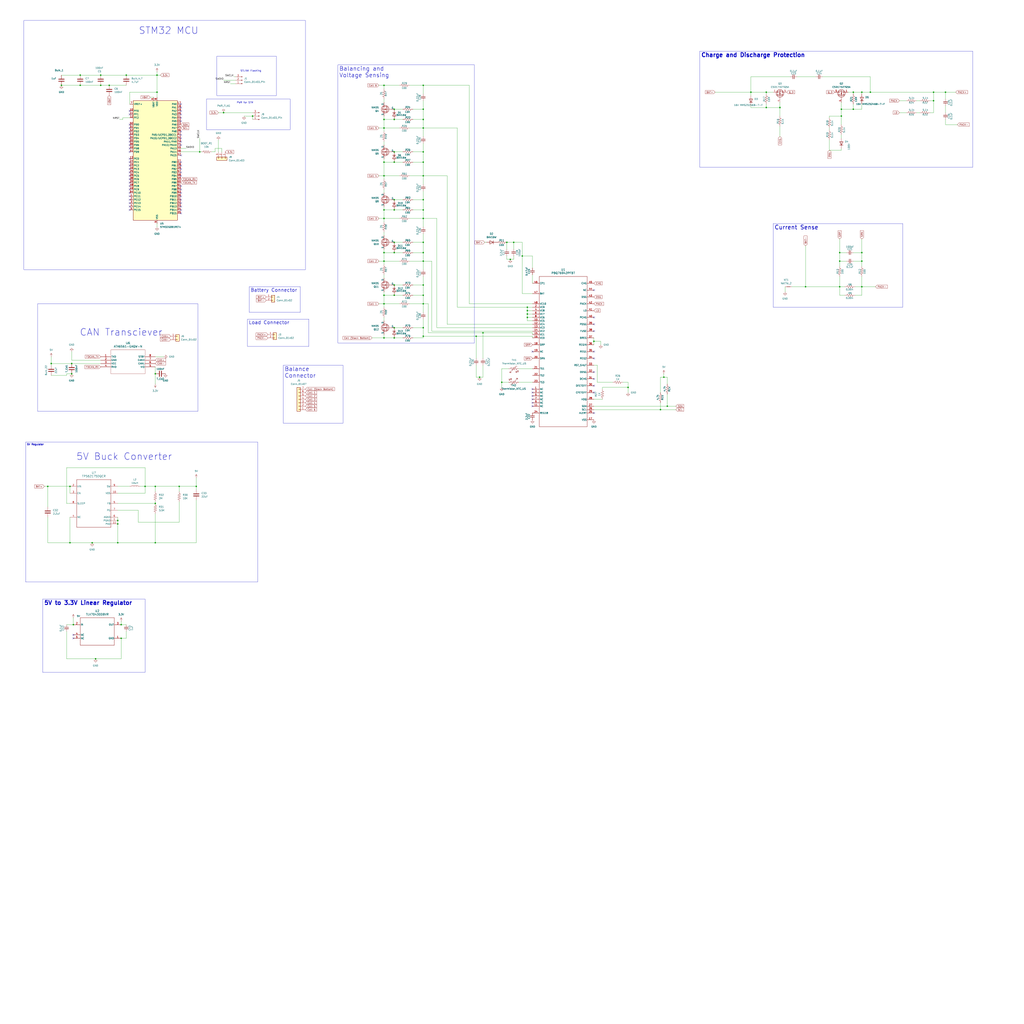
<source format=kicad_sch>
(kicad_sch (version 20250114) (generator "eeschema") (generator_version "9.0")
  (paper "User" 762 762)
  (text "CAN Transciever" (at 90.17 247.396 0) (effects (font (size 5.08 5.08) (thickness 0.254) (bold yes))))
  (text "PWR for STM" (at 182.372 76.454 0) (effects (font (size 1.27 1.27))))
  (text "STM32 MCU" (at 125.476 22.86 0) (effects (font (size 5.08 5.08) (thickness 0.254) (bold yes))))
  (text "STLINK Flashing\n" (at 186.69 52.832 0) (effects (font (size 1.27 1.27))))
  (text "5V Buck Converter\n" (at 92.456 339.852 0) (effects (font (size 5.08 5.08) (thickness 0.254) (bold yes))))
  (text_box "Current Sense" (at 575.31 166.37 0) (size 96.52 62.23) (margins 0.9525 0.9525 0.9525 0.9525) (effects (font (size 3.048 3.048) (thickness 0.381)) (justify left top)))
  (text_box "Balance Connector" (at 210.82 271.78 0) (size 44.45 43.18) (margins 0.9525 0.9525 0.9525 0.9525) (effects (font (size 3.048 3.048) (thickness 0.254) (bold yes)) (justify left top)))
  (text_box "" (at 17.78 15.24 0) (size 209.55 185.42) (margins 0.9525 0.9525 0.9525 0.9525) (effects (font (size 1.27 1.27) (thickness 0.254) (bold yes)) (justify left top)))
  (text_box "" (at 161.29 41.91 0) (size 44.45 29.21) (margins 0.9525 0.9525 0.9525 0.9525) (effects (font (size 1.27 1.27)) (justify left top)))
  (text_box "" (at 27.94 226.06 0) (size 119.38 80.01) (margins 0.9525 0.9525 0.9525 0.9525) (effects (font (size 1.27 1.27) (thickness 0.254) (bold yes)) (justify left top)))
  (text_box "5V to 3.3V Linear Regulator" (at 31.75 445.77 0) (size 76.2 54.61) (margins 0.9525 0.9525 0.9525 0.9525) (effects (font (size 3.048 3.048) (thickness 0.6096) (bold yes)) (justify left top)))
  (text_box "Load Connector" (at 184.15 237.49 0) (size 45.72 20.32) (margins 0.9525 0.9525 0.9525 0.9525) (effects (font (size 2.54 2.54) (thickness 0.254) (bold yes)) (justify left top)))
  (text_box "Balancing and\nVoltage Sensing" (at 251.46 48.26 0) (size 101.6 207.01) (margins 0.9525 0.9525 0.9525 0.9525) (effects (font (size 3.048 3.048) (thickness 0.254) (bold yes)) (justify left top)))
  (text_box "5V Regulator\n" (at 19.05 328.93 0) (size 172.72 104.14) (margins 0.9525 0.9525 0.9525 0.9525) (effects (font (size 1.27 1.27) (thickness 0.254) (bold yes)) (justify left top)))
  (text_box "Charge and Discharge Protection" (at 520.7 38.1 0) (size 203.2 86.36) (margins 0.9525 0.9525 0.9525 0.9525) (effects (font (size 3.048 3.048) (thickness 0.6096) (bold yes)) (justify left top)))
  (text_box "Battery Connector" (at 185.42 213.36 0) (size 38.1 19.05) (margins 0.9525 0.9525 0.9525 0.9525) (effects (font (size 2.54 2.54) (thickness 0.254) (bold yes)) (justify left top)))
  (text_box "" (at 153.67 73.66 0) (size 62.23 22.86) (margins 0.9525 0.9525 0.9525 0.9525) (effects (font (size 1.27 1.27)) (justify left top)))
  (junction (at 133.35 361.95))
  (junction (at 293.37 212.09))
  (junction (at 647.7 68.58))
  (junction (at 392.43 231.14))
  (junction (at 314.96 63.5))
  (junction (at 293.37 180.34))
  (junction (at 87.63 389.89))
  (junction (at 379.73 193.04))
  (junction (at 52.07 403.86))
  (junction (at 314.96 226.06))
  (junction (at 293.37 251.46))
  (junction (at 314.96 219.71))
  (junction (at 87.63 403.86))
  (junction (at 293.37 219.71))
  (junction (at 115.57 278.13))
  (junction (at 314.96 162.56))
  (junction (at 146.05 361.95))
  (junction (at 356.87 280.67))
  (junction (at 59.69 55.88))
  (junction (at 90.17 474.98))
  (junction (at 624.84 194.31))
  (junction (at 166.37 83.82))
  (junction (at 624.84 213.36))
  (junction (at 81.28 63.5))
  (junction (at 285.75 251.46))
  (junction (at 74.93 63.5))
  (junction (at 314.96 187.96))
  (junction (at 148.59 113.03))
  (junction (at 641.35 68.58))
  (junction (at 626.11 81.28))
  (junction (at 38.1 270.51))
  (junction (at 285.75 226.06))
  (junction (at 107.95 361.95))
  (junction (at 285.75 130.81))
  (junction (at 116.84 55.88))
  (junction (at 314.96 148.59))
  (junction (at 641.35 213.36))
  (junction (at 314.96 95.25))
  (junction (at 285.75 63.5))
  (junction (at 570.23 68.58))
  (junction (at 694.69 68.58))
  (junction (at 703.58 68.58))
  (junction (at 115.57 403.86))
  (junction (at 558.8 68.58))
  (junction (at 53.34 270.51))
  (junction (at 293.37 156.21))
  (junction (at 496.57 302.26))
  (junction (at 285.75 162.56))
  (junction (at 373.38 284.48))
  (junction (at 392.43 228.6))
  (junction (at 314.96 243.84))
  (junction (at 314.96 250.19))
  (junction (at 115.57 361.95))
  (junction (at 53.34 278.13))
  (junction (at 293.37 187.96))
  (junction (at 314.96 81.28))
  (junction (at 314.96 113.03))
  (junction (at 285.75 187.96))
  (junction (at 54.61 464.82))
  (junction (at 285.75 95.25))
  (junction (at 359.41 247.65))
  (junction (at 392.43 233.68))
  (junction (at 314.96 88.9))
  (junction (at 115.57 374.65))
  (junction (at 441.96 254))
  (junction (at 570.23 80.01))
  (junction (at 491.49 304.8))
  (junction (at 354.33 250.19))
  (junction (at 377.19 180.34))
  (junction (at 641.35 187.96))
  (junction (at 694.69 74.93))
  (junction (at 285.75 156.21))
  (junction (at 285.75 194.31))
  (junction (at 388.62 190.5))
  (junction (at 641.35 194.31))
  (junction (at 90.17 464.82))
  (junction (at 626.11 86.36))
  (junction (at 580.39 80.01))
  (junction (at 285.75 219.71))
  (junction (at 293.37 148.59))
  (junction (at 314.96 120.65))
  (junction (at 285.75 120.65))
  (junction (at 87.63 387.35))
  (junction (at 624.84 187.96))
  (junction (at 392.43 236.22))
  (junction (at 314.96 194.31))
  (junction (at 467.36 288.29))
  (junction (at 59.69 63.5))
  (junction (at 314.96 212.09))
  (junction (at 116.84 68.58))
  (junction (at 314.96 130.81))
  (junction (at 45.72 63.5))
  (junction (at 293.37 120.65))
  (junction (at 285.75 88.9))
  (junction (at 293.37 243.84))
  (junction (at 293.37 81.28))
  (junction (at 494.03 280.67))
  (junction (at 74.93 55.88))
  (junction (at 71.12 490.22))
  (junction (at 293.37 88.9))
  (junction (at 599.44 213.36))
  (junction (at 635 68.58))
  (junction (at 635 81.28))
  (junction (at 35.56 361.95))
  (junction (at 314.96 156.21))
  (junction (at 187.96 86.36))
  (junction (at 93.98 55.88))
  (junction (at 52.07 361.95))
  (junction (at 68.58 403.86))
  (junction (at 382.27 180.34))
  (junction (at 293.37 113.03))
  (junction (at 314.96 180.34))
  (no_connect (at 396.24 302.26))
  (no_connect (at 441.96 246.38))
  (no_connect (at 396.24 297.18))
  (no_connect (at 96.52 92.71))
  (no_connect (at 134.62 85.09))
  (no_connect (at 134.62 148.59))
  (no_connect (at 134.62 146.05))
  (no_connect (at 134.62 97.79))
  (no_connect (at 134.62 158.75))
  (no_connect (at 96.52 153.67))
  (no_connect (at 96.52 156.21))
  (no_connect (at 96.52 133.35))
  (no_connect (at 96.52 120.65))
  (no_connect (at 396.24 261.62))
  (no_connect (at 396.24 289.56))
  (no_connect (at 96.52 146.05))
  (no_connect (at 134.62 102.87))
  (no_connect (at 96.52 151.13))
  (no_connect (at 96.52 140.97))
  (no_connect (at 441.96 266.7))
  (no_connect (at 96.52 82.55))
  (no_connect (at 396.24 294.64))
  (no_connect (at 134.62 140.97))
  (no_connect (at 134.62 138.43))
  (no_connect (at 134.62 153.67))
  (no_connect (at 134.62 82.55))
  (no_connect (at 96.52 135.89))
  (no_connect (at 134.62 105.41))
  (no_connect (at 134.62 130.81))
  (no_connect (at 134.62 90.17))
  (no_connect (at 134.62 120.65))
  (no_connect (at 134.62 125.73))
  (no_connect (at 441.96 236.22))
  (no_connect (at 96.52 85.09))
  (no_connect (at 96.52 105.41))
  (no_connect (at 96.52 125.73))
  (no_connect (at 134.62 115.57))
  (no_connect (at 96.52 143.51))
  (no_connect (at 96.52 138.43))
  (no_connect (at 96.52 128.27))
  (no_connect (at 96.52 95.25))
  (no_connect (at 134.62 107.95))
  (no_connect (at 441.96 287.02))
  (no_connect (at 134.62 156.21))
  (no_connect (at 54.61 474.98))
  (no_connect (at 96.52 100.33))
  (no_connect (at 96.52 107.95))
  (no_connect (at 96.52 97.79))
  (no_connect (at 134.62 143.51))
  (no_connect (at 134.62 80.01))
  (no_connect (at 441.96 241.3))
  (no_connect (at 134.62 151.13))
  (no_connect (at 134.62 100.33))
  (no_connect (at 134.62 123.19))
  (no_connect (at 134.62 77.47))
  (no_connect (at 96.52 123.19))
  (no_connect (at 96.52 148.59))
  (no_connect (at 396.24 292.1))
  (no_connect (at 441.96 292.1))
  (no_connect (at 441.96 281.94))
  (no_connect (at 96.52 102.87))
  (no_connect (at 441.96 276.86))
  (no_connect (at 441.96 215.9))
  (no_connect (at 441.96 307.34))
  (no_connect (at 96.52 130.81))
  (no_connect (at 396.24 299.72))
  (no_connect (at 441.96 261.62))
  (no_connect (at 134.62 87.63))
  (no_connect (at 96.52 118.11))
  (no_connect (at 96.52 110.49))
  (no_connect (at 134.62 128.27))
  (no_connect (at 54.61 472.44))
  (no_connect (at 96.52 113.03))
  (wire (pts (xy 52.07 403.86) (xy 68.58 403.86)))
  (wire (pts (xy 146.05 403.86) (xy 146.05 372.11)))
  (wire (pts (xy 116.84 166.37) (xy 116.84 168.91)))
  (wire (pts (xy 314.96 212.09) (xy 314.96 219.71)))
  (wire (pts (xy 570.23 77.47) (xy 570.23 80.01)))
  (wire (pts (xy 49.53 278.13) (xy 53.34 278.13)))
  (wire (pts (xy 641.35 205.74) (xy 641.35 213.36)))
  (wire (pts (xy 119.38 55.88) (xy 116.84 55.88)))
  (wire (pts (xy 93.98 474.98) (xy 90.17 474.98)))
  (wire (pts (xy 285.75 88.9) (xy 285.75 95.25)))
  (wire (pts (xy 641.35 177.8) (xy 641.35 187.96)))
  (wire (pts (xy 307.34 187.96) (xy 314.96 187.96)))
  (wire (pts (xy 647.7 68.58) (xy 694.69 68.58)))
  (wire (pts (xy 91.44 87.63) (xy 96.52 87.63)))
  (wire (pts (xy 617.22 86.36) (xy 617.22 87.63)))
  (wire (pts (xy 441.96 254) (xy 447.04 254)))
  (wire (pts (xy 589.28 213.36) (xy 599.44 213.36)))
  (wire (pts (xy 496.57 280.67) (xy 496.57 285.75)))
  (wire (pts (xy 285.75 236.22) (xy 285.75 238.76)))
  (wire (pts (xy 285.75 153.67) (xy 285.75 156.21)))
  (wire (pts (xy 307.34 120.65) (xy 314.96 120.65)))
  (wire (pts (xy 396.24 236.22) (xy 392.43 236.22)))
  (wire (pts (xy 636.27 213.36) (xy 641.35 213.36)))
  (wire (pts (xy 612.14 57.15) (xy 647.7 57.15)))
  (wire (pts (xy 494.03 280.67) (xy 494.03 278.13)))
  (wire (pts (xy 87.63 361.95) (xy 96.52 361.95)))
  (wire (pts (xy 293.37 156.21) (xy 299.72 156.21)))
  (wire (pts (xy 285.75 172.72) (xy 285.75 175.26)))
  (wire (pts (xy 111.76 72.39) (xy 114.3 72.39)))
  (wire (pts (xy 304.8 226.06) (xy 314.96 226.06)))
  (wire (pts (xy 49.53 347.98) (xy 49.53 374.65)))
  (wire (pts (xy 49.53 469.9) (xy 49.53 490.22)))
  (wire (pts (xy 340.36 228.6) (xy 392.43 228.6)))
  (wire (pts (xy 285.75 219.71) (xy 285.75 226.06)))
  (wire (pts (xy 617.22 95.25) (xy 617.22 96.52)))
  (wire (pts (xy 703.58 68.58) (xy 711.2 68.58)))
  (wire (pts (xy 293.37 81.28) (xy 299.72 81.28)))
  (wire (pts (xy 35.56 377.19) (xy 35.56 361.95)))
  (wire (pts (xy 314.96 180.34) (xy 314.96 187.96)))
  (wire (pts (xy 87.63 384.81) (xy 87.63 387.35)))
  (wire (pts (xy 635 187.96) (xy 641.35 187.96)))
  (wire (pts (xy 359.41 271.78) (xy 359.41 280.67)))
  (wire (pts (xy 636.27 219.71) (xy 641.35 219.71)))
  (wire (pts (xy 373.38 274.32) (xy 373.38 284.48)))
  (wire (pts (xy 359.41 247.65) (xy 359.41 266.7)))
  (wire (pts (xy 378.46 274.32) (xy 373.38 274.32)))
  (wire (pts (xy 532.13 68.58) (xy 558.8 68.58)))
  (wire (pts (xy 307.34 251.46) (xy 314.96 251.46)))
  (wire (pts (xy 444.5 271.78) (xy 444.5 284.48)))
  (wire (pts (xy 285.75 140.97) (xy 285.75 143.51)))
  (wire (pts (xy 297.18 63.5) (xy 285.75 63.5)))
  (wire (pts (xy 617.22 111.76) (xy 626.11 111.76)))
  (wire (pts (xy 396.24 247.65) (xy 359.41 247.65)))
  (wire (pts (xy 285.75 162.56) (xy 285.75 165.1)))
  (wire (pts (xy 626.11 86.36) (xy 626.11 92.71)))
  (wire (pts (xy 392.43 236.22) (xy 392.43 233.68)))
  (wire (pts (xy 332.74 241.3) (xy 396.24 241.3)))
  (wire (pts (xy 115.57 265.43) (xy 121.92 265.43)))
  (wire (pts (xy 444.5 284.48) (xy 455.93 284.48)))
  (wire (pts (xy 570.23 68.58) (xy 558.8 68.58)))
  (wire (pts (xy 87.63 387.35) (xy 87.63 389.89)))
  (wire (pts (xy 314.96 95.25) (xy 314.96 101.6)))
  (wire (pts (xy 318.77 226.06) (xy 314.96 226.06)))
  (wire (pts (xy 307.34 88.9) (xy 314.96 88.9)))
  (wire (pts (xy 54.61 464.82) (xy 54.61 459.74)))
  (wire (pts (xy 382.27 190.5) (xy 382.27 193.04)))
  (wire (pts (xy 692.15 74.93) (xy 694.69 74.93)))
  (wire (pts (xy 148.59 113.03) (xy 149.86 113.03)))
  (wire (pts (xy 314.96 81.28) (xy 314.96 88.9)))
  (wire (pts (xy 628.65 213.36) (xy 624.84 213.36)))
  (wire (pts (xy 304.8 162.56) (xy 314.96 162.56)))
  (wire (pts (xy 96.52 68.58) (xy 116.84 68.58)))
  (wire (pts (xy 293.37 113.03) (xy 299.72 113.03)))
  (wire (pts (xy 558.8 68.58) (xy 558.8 71.12)))
  (wire (pts (xy 447.04 254) (xy 447.04 256.54)))
  (wire (pts (xy 157.48 113.03) (xy 160.02 113.03)))
  (wire (pts (xy 281.94 226.06) (xy 285.75 226.06)))
  (wire (pts (xy 285.75 219.71) (xy 293.37 219.71)))
  (wire (pts (xy 626.11 110.49) (xy 626.11 111.76)))
  (wire (pts (xy 314.96 88.9) (xy 314.96 95.25)))
  (wire (pts (xy 641.35 77.47) (xy 641.35 81.28)))
  (wire (pts (xy 694.69 74.93) (xy 694.69 83.82)))
  (wire (pts (xy 285.75 118.11) (xy 285.75 120.65)))
  (wire (pts (xy 297.18 130.81) (xy 285.75 130.81)))
  (wire (pts (xy 45.72 63.5) (xy 59.69 63.5)))
  (wire (pts (xy 318.77 247.65) (xy 318.77 226.06)))
  (wire (pts (xy 570.23 80.01) (xy 580.39 80.01)))
  (wire (pts (xy 116.84 53.34) (xy 116.84 55.88)))
  (wire (pts (xy 33.02 361.95) (xy 35.56 361.95)))
  (wire (pts (xy 68.58 403.86) (xy 87.63 403.86)))
  (wire (pts (xy 580.39 93.98) (xy 580.39 101.6)))
  (wire (pts (xy 35.56 403.86) (xy 52.07 403.86)))
  (wire (pts (xy 635 69.85) (xy 635 68.58)))
  (wire (pts (xy 626.11 86.36) (xy 617.22 86.36)))
  (wire (pts (xy 90.17 462.28) (xy 90.17 464.82)))
  (wire (pts (xy 703.58 92.71) (xy 712.47 92.71)))
  (wire (pts (xy 285.75 120.65) (xy 293.37 120.65)))
  (wire (pts (xy 354.33 271.78) (xy 354.33 280.67)))
  (wire (pts (xy 162.56 104.14) (xy 162.56 113.03)))
  (wire (pts (xy 307.34 81.28) (xy 314.96 81.28)))
  (wire (pts (xy 107.95 347.98) (xy 49.53 347.98)))
  (wire (pts (xy 133.35 361.95) (xy 133.35 365.76)))
  (wire (pts (xy 293.37 187.96) (xy 299.72 187.96)))
  (wire (pts (xy 669.29 83.82) (xy 674.37 83.82)))
  (wire (pts (xy 107.95 367.03) (xy 107.95 361.95)))
  (wire (pts (xy 570.23 68.58) (xy 570.23 69.85)))
  (wire (pts (xy 580.39 76.2) (xy 580.39 80.01)))
  (wire (pts (xy 379.73 193.04) (xy 377.19 193.04)))
  (wire (pts (xy 580.39 80.01) (xy 580.39 86.36)))
  (wire (pts (xy 307.34 243.84) (xy 314.96 243.84)))
  (wire (pts (xy 396.24 218.44) (xy 388.62 218.44)))
  (wire (pts (xy 81.28 63.5) (xy 93.98 63.5)))
  (wire (pts (xy 314.96 194.31) (xy 314.96 200.66)))
  (wire (pts (xy 96.52 68.58) (xy 96.52 77.47)))
  (wire (pts (xy 293.37 120.65) (xy 299.72 120.65)))
  (wire (pts (xy 641.35 213.36) (xy 651.51 213.36)))
  (wire (pts (xy 558.8 80.01) (xy 570.23 80.01)))
  (wire (pts (xy 307.34 156.21) (xy 314.96 156.21)))
  (wire (pts (xy 115.57 285.75) (xy 115.57 278.13)))
  (wire (pts (xy 575.31 68.58) (xy 570.23 68.58)))
  (wire (pts (xy 281.94 162.56) (xy 285.75 162.56)))
  (wire (pts (xy 91.44 88.9) (xy 91.44 87.63)))
  (wire (pts (xy 133.35 388.62) (xy 133.35 373.38)))
  (wire (pts (xy 281.94 130.81) (xy 285.75 130.81)))
  (wire (pts (xy 107.95 361.95) (xy 104.14 361.95)))
  (wire (pts (xy 558.8 78.74) (xy 558.8 80.01)))
  (wire (pts (xy 285.75 194.31) (xy 285.75 196.85)))
  (wire (pts (xy 165.1 110.49) (xy 165.1 113.03)))
  (wire (pts (xy 641.35 187.96) (xy 641.35 194.31)))
  (wire (pts (xy 584.2 213.36) (xy 584.2 217.17)))
  (wire (pts (xy 115.57 374.65) (xy 115.57 373.38)))
  (wire (pts (xy 107.95 361.95) (xy 115.57 361.95)))
  (wire (pts (xy 593.09 57.15) (xy 607.06 57.15)))
  (wire (pts (xy 304.8 130.81) (xy 314.96 130.81)))
  (wire (pts (xy 396.24 233.68) (xy 392.43 233.68)))
  (wire (pts (xy 53.34 261.62) (xy 53.34 267.97)))
  (wire (pts (xy 87.63 403.86) (xy 87.63 389.89)))
  (wire (pts (xy 558.8 57.15) (xy 588.01 57.15)))
  (wire (pts (xy 38.1 265.43) (xy 38.1 270.51)))
  (wire (pts (xy 314.96 205.74) (xy 314.96 212.09)))
  (wire (pts (xy 87.63 367.03) (xy 107.95 367.03)))
  (wire (pts (xy 285.75 204.47) (xy 285.75 207.01)))
  (wire (pts (xy 115.57 361.95) (xy 115.57 365.76)))
  (wire (pts (xy 694.69 68.58) (xy 694.69 74.93)))
  (wire (pts (xy 314.96 187.96) (xy 314.96 194.31)))
  (wire (pts (xy 681.99 74.93) (xy 684.53 74.93)))
  (wire (pts (xy 115.57 403.86) (xy 87.63 403.86)))
  (wire (pts (xy 624.84 205.74) (xy 624.84 213.36)))
  (wire (pts (xy 624.84 194.31) (xy 624.84 198.12)))
  (wire (pts (xy 285.75 251.46) (xy 293.37 251.46)))
  (wire (pts (xy 285.75 185.42) (xy 285.75 187.96)))
  (wire (pts (xy 441.96 297.18) (xy 448.31 297.18)))
  (wire (pts (xy 102.87 388.62) (xy 133.35 388.62)))
  (wire (pts (xy 314.96 226.06) (xy 314.96 232.41)))
  (wire (pts (xy 134.62 113.03) (xy 148.59 113.03)))
  (wire (pts (xy 293.37 243.84) (xy 299.72 243.84)))
  (wire (pts (xy 396.24 204.47) (xy 396.24 210.82)))
  (wire (pts (xy 281.94 63.5) (xy 285.75 63.5)))
  (wire (pts (xy 93.98 469.9) (xy 93.98 474.98)))
  (wire (pts (xy 496.57 293.37) (xy 496.57 302.26)))
  (wire (pts (xy 116.84 55.88) (xy 93.98 55.88)))
  (wire (pts (xy 314.96 120.65) (xy 314.96 130.81)))
  (wire (pts (xy 49.53 464.82) (xy 54.61 464.82)))
  (wire (pts (xy 87.63 374.65) (xy 115.57 374.65)))
  (wire (pts (xy 641.35 68.58) (xy 647.7 68.58)))
  (wire (pts (xy 293.37 180.34) (xy 299.72 180.34)))
  (wire (pts (xy 624.84 187.96) (xy 624.84 194.31)))
  (wire (pts (xy 396.24 190.5) (xy 396.24 199.39)))
  (wire (pts (xy 386.08 274.32) (xy 396.24 274.32)))
  (wire (pts (xy 388.62 190.5) (xy 396.24 190.5)))
  (wire (pts (xy 293.37 251.46) (xy 299.72 251.46)))
  (wire (pts (xy 59.69 63.5) (xy 74.93 63.5)))
  (wire (pts (xy 297.18 162.56) (xy 285.75 162.56)))
  (wire (pts (xy 314.96 162.56) (xy 314.96 168.91)))
  (wire (pts (xy 635 68.58) (xy 641.35 68.58)))
  (wire (pts (xy 116.84 55.88) (xy 116.84 68.58)))
  (wire (pts (xy 441.96 251.46) (xy 441.96 254)))
  (wire (pts (xy 35.56 361.95) (xy 52.07 361.95)))
  (wire (pts (xy 173.99 57.15) (xy 175.26 57.15)))
  (wire (pts (xy 314.96 173.99) (xy 314.96 180.34)))
  (wire (pts (xy 377.19 180.34) (xy 377.19 185.42)))
  (wire (pts (xy 441.96 304.8) (xy 491.49 304.8)))
  (wire (pts (xy 626.11 81.28) (xy 626.11 86.36)))
  (wire (pts (xy 392.43 228.6) (xy 396.24 228.6)))
  (wire (pts (xy 74.93 267.97) (xy 53.34 267.97)))
  (wire (pts (xy 307.34 113.03) (xy 314.96 113.03)))
  (wire (pts (xy 340.36 95.25) (xy 314.96 95.25)))
  (wire (pts (xy 116.84 68.58) (xy 116.84 72.39)))
  (wire (pts (xy 629.92 194.31) (xy 624.84 194.31)))
  (wire (pts (xy 356.87 280.67) (xy 359.41 280.67)))
  (wire (pts (xy 314.96 250.19) (xy 354.33 250.19)))
  (wire (pts (xy 314.96 130.81) (xy 332.74 130.81)))
  (wire (pts (xy 626.11 100.33) (xy 626.11 102.87)))
  (wire (pts (xy 285.75 226.06) (xy 285.75 228.6)))
  (wire (pts (xy 297.18 226.06) (xy 285.75 226.06)))
  (wire (pts (xy 631.19 68.58) (xy 635 68.58)))
  (wire (pts (xy 332.74 241.3) (xy 332.74 130.81)))
  (wire (pts (xy 626.11 76.2) (xy 626.11 81.28)))
  (wire (pts (xy 382.27 180.34) (xy 377.19 180.34)))
  (wire (pts (xy 396.24 238.76) (xy 392.43 238.76)))
  (wire (pts (xy 281.94 95.25) (xy 285.75 95.25)))
  (wire (pts (xy 314.96 243.84) (xy 314.96 250.19)))
  (wire (pts (xy 52.07 361.95) (xy 52.07 367.03)))
  (wire (pts (xy 115.57 278.13) (xy 115.57 273.05)))
  (wire (pts (xy 491.49 280.67) (xy 494.03 280.67)))
  (wire (pts (xy 115.57 361.95) (xy 133.35 361.95)))
  (wire (pts (xy 354.33 250.19) (xy 354.33 266.7)))
  (wire (pts (xy 467.36 284.48) (xy 463.55 284.48)))
  (wire (pts (xy 314.96 130.81) (xy 314.96 137.16)))
  (wire (pts (xy 318.77 247.65) (xy 359.41 247.65)))
  (wire (pts (xy 647.7 57.15) (xy 647.7 68.58)))
  (wire (pts (xy 354.33 280.67) (xy 356.87 280.67)))
  (wire (pts (xy 624.84 177.8) (xy 624.84 187.96)))
  (wire (pts (xy 307.34 148.59) (xy 314.96 148.59)))
  (wire (pts (xy 382.27 193.04) (xy 379.73 193.04)))
  (wire (pts (xy 293.37 219.71) (xy 299.72 219.71)))
  (wire (pts (xy 45.72 55.88) (xy 59.69 55.88)))
  (wire (pts (xy 52.07 384.81) (xy 52.07 403.86)))
  (wire (pts (xy 285.75 217.17) (xy 285.75 219.71)))
  (wire (pts (xy 392.43 238.76) (xy 392.43 236.22)))
  (wire (pts (xy 382.27 180.34) (xy 382.27 185.42)))
  (wire (pts (xy 285.75 156.21) (xy 285.75 162.56)))
  (wire (pts (xy 349.25 226.06) (xy 396.24 226.06)))
  (wire (pts (xy 703.58 68.58) (xy 703.58 73.66)))
  (wire (pts (xy 626.11 81.28) (xy 635 81.28)))
  (wire (pts (xy 441.96 254) (xy 441.96 256.54)))
  (wire (pts (xy 624.84 219.71) (xy 628.65 219.71)))
  (wire (pts (xy 624.84 213.36) (xy 624.84 219.71)))
  (wire (pts (xy 307.34 212.09) (xy 314.96 212.09)))
  (wire (pts (xy 314.96 142.24) (xy 314.96 148.59)))
  (wire (pts (xy 304.8 194.31) (xy 314.96 194.31)))
  (wire (pts (xy 38.1 270.51) (xy 53.34 270.51)))
  (wire (pts (xy 171.45 62.23) (xy 175.26 62.23)))
  (wire (pts (xy 304.8 95.25) (xy 314.96 95.25)))
  (wire (pts (xy 617.22 111.76) (xy 617.22 104.14)))
  (wire (pts (xy 491.49 304.8) (xy 502.92 304.8)))
  (wire (pts (xy 703.58 78.74) (xy 703.58 83.82)))
  (wire (pts (xy 53.34 270.51) (xy 74.93 270.51)))
  (wire (pts (xy 160.02 110.49) (xy 165.1 110.49)))
  (wire (pts (xy 669.29 74.93) (xy 674.37 74.93)))
  (wire (pts (xy 74.93 55.88) (xy 93.98 55.88)))
  (wire (pts (xy 641.35 219.71) (xy 641.35 213.36)))
  (wire (pts (xy 314.96 148.59) (xy 314.96 156.21)))
  (wire (pts (xy 115.57 382.27) (xy 115.57 403.86)))
  (wire (pts (xy 388.62 180.34) (xy 382.27 180.34)))
  (wire (pts (xy 166.37 83.82) (xy 187.96 83.82)))
  (wire (pts (xy 88.9 88.9) (xy 91.44 88.9)))
  (wire (pts (xy 635 194.31) (xy 641.35 194.31)))
  (wire (pts (xy 74.93 63.5) (xy 81.28 63.5)))
  (wire (pts (xy 314.96 74.93) (xy 314.96 81.28)))
  (wire (pts (xy 388.62 190.5) (xy 388.62 180.34)))
  (wire (pts (xy 285.75 120.65) (xy 285.75 130.81)))
  (wire (pts (xy 304.8 63.5) (xy 314.96 63.5)))
  (wire (pts (xy 467.36 292.1) (xy 467.36 288.29)))
  (wire (pts (xy 148.59 102.87) (xy 148.59 113.03)))
  (wire (pts (xy 496.57 302.26) (xy 502.92 302.26)))
  (wire (pts (xy 396.24 231.14) (xy 392.43 231.14)))
  (wire (pts (xy 285.75 86.36) (xy 285.75 88.9)))
  (wire (pts (xy 467.36 284.48) (xy 467.36 288.29)))
  (wire (pts (xy 285.75 130.81) (xy 285.75 133.35)))
  (wire (pts (xy 49.53 374.65) (xy 52.07 374.65)))
  (wire (pts (xy 187.96 86.36) (xy 181.61 86.36)))
  (wire (pts (xy 321.31 194.31) (xy 314.96 194.31)))
  (wire (pts (xy 377.19 193.04) (xy 377.19 190.5)))
  (wire (pts (xy 314.96 63.5) (xy 314.96 69.85)))
  (wire (pts (xy 314.96 113.03) (xy 314.96 120.65)))
  (wire (pts (xy 388.62 190.5) (xy 388.62 218.44)))
  (wire (pts (xy 396.24 247.65) (xy 396.24 248.92)))
  (wire (pts (xy 134.62 110.49) (xy 138.43 110.49)))
  (wire (pts (xy 491.49 280.67) (xy 491.49 292.1)))
  (wire (pts (xy 285.75 73.66) (xy 285.75 76.2)))
  (wire (pts (xy 38.1 270.51) (xy 38.1 271.78)))
  (wire (pts (xy 293.37 148.59) (xy 299.72 148.59)))
  (wire (pts (xy 491.49 299.72) (xy 491.49 304.8)))
  (wire (pts (xy 641.35 68.58) (xy 641.35 69.85)))
  (wire (pts (xy 558.8 68.58) (xy 558.8 57.15)))
  (wire (pts (xy 187.96 86.36) (xy 187.96 88.9)))
  (wire (pts (xy 325.12 243.84) (xy 396.24 243.84)))
  (wire (pts (xy 314.96 250.19) (xy 314.96 251.46)))
  (wire (pts (xy 321.31 246.38) (xy 396.24 246.38)))
  (wire (pts (xy 102.87 379.73) (xy 102.87 388.62)))
  (wire (pts (xy 285.75 156.21) (xy 293.37 156.21)))
  (wire (pts (xy 629.92 187.96) (xy 624.84 187.96)))
  (wire (pts (xy 115.57 403.86) (xy 146.05 403.86)))
  (wire (pts (xy 160.02 113.03) (xy 160.02 110.49)))
  (wire (pts (xy 146.05 361.95) (xy 146.05 364.49)))
  (wire (pts (xy 285.75 88.9) (xy 293.37 88.9)))
  (wire (pts (xy 293.37 88.9) (xy 299.72 88.9)))
  (wire (pts (xy 281.94 194.31) (xy 285.75 194.31)))
  (wire (pts (xy 314.96 156.21) (xy 314.96 162.56)))
  (wire (pts (xy 285.75 187.96) (xy 293.37 187.96)))
  (wire (pts (xy 276.86 251.46) (xy 285.75 251.46)))
  (wire (pts (xy 494.03 280.67) (xy 496.57 280.67)))
  (wire (pts (xy 297.18 194.31) (xy 285.75 194.31)))
  (wire (pts (xy 392.43 231.14) (xy 392.43 228.6)))
  (wire (pts (xy 396.24 250.19) (xy 396.24 251.46)))
  (wire (pts (xy 307.34 180.34) (xy 314.96 180.34)))
  (wire (pts (xy 293.37 212.09) (xy 299.72 212.09)))
  (wire (pts (xy 321.31 246.38) (xy 321.31 194.31)))
  (wire (pts (xy 285.75 248.92) (xy 285.75 251.46)))
  (wire (pts (xy 599.44 213.36) (xy 624.84 213.36)))
  (wire (pts (xy 285.75 105.41) (xy 285.75 107.95)))
  (wire (pts (xy 340.36 228.6) (xy 340.36 95.25)))
  (wire (pts (xy 90.17 490.22) (xy 71.12 490.22)))
  (wire (pts (xy 396.24 250.19) (xy 354.33 250.19)))
  (wire (pts (xy 133.35 361.95) (xy 146.05 361.95)))
  (wire (pts (xy 684.53 83.82) (xy 681.99 83.82)))
  (wire (pts (xy 349.25 63.5) (xy 349.25 226.06)))
  (wire (pts (xy 285.75 63.5) (xy 285.75 66.04)))
  (wire (pts (xy 314.96 106.68) (xy 314.96 113.03)))
  (wire (pts (xy 386.08 284.48) (xy 396.24 284.48)))
  (wire (pts (xy 107.95 361.95) (xy 107.95 347.98)))
  (wire (pts (xy 641.35 194.31) (xy 641.35 198.12)))
  (wire (pts (xy 314.96 162.56) (xy 325.12 162.56)))
  (wire (pts (xy 285.75 187.96) (xy 285.75 194.31)))
  (wire (pts (xy 373.38 284.48) (xy 373.38 288.29)))
  (wire (pts (xy 90.17 474.98) (xy 90.17 490.22)))
  (wire (pts (xy 325.12 162.56) (xy 325.12 243.84)))
  (wire (pts (xy 71.12 490.22) (xy 49.53 490.22)))
  (wire (pts (xy 162.56 83.82) (xy 166.37 83.82)))
  (wire (pts (xy 166.37 59.69) (xy 175.26 59.69)))
  (wire (pts (xy 307.34 219.71) (xy 314.96 219.71)))
  (wire (pts (xy 703.58 88.9) (xy 703.58 92.71)))
  (wire (pts (xy 87.63 379.73) (xy 102.87 379.73)))
  (wire (pts (xy 59.69 55.88) (xy 74.93 55.88)))
  (wire (pts (xy 90.17 464.82) (xy 93.98 464.82)))
  (wire (pts (xy 297.18 95.25) (xy 285.75 95.25)))
  (wire (pts (xy 314.96 237.49) (xy 314.96 243.84)))
  (wire (pts (xy 373.38 284.48) (xy 378.46 284.48)))
  (wire (pts (xy 599.44 182.88) (xy 599.44 213.36)))
  (wire (pts (xy 314.96 219.71) (xy 314.96 226.06)))
  (wire (pts (xy 441.96 271.78) (xy 444.5 271.78)))
  (wire (pts (xy 448.31 288.29) (xy 448.31 289.56)))
  (wire (pts (xy 314.96 63.5) (xy 349.25 63.5)))
  (wire (pts (xy 441.96 302.26) (xy 496.57 302.26)))
  (wire (pts (xy 694.69 83.82) (xy 692.15 83.82)))
  (wire (pts (xy 392.43 233.68) (xy 392.43 231.14)))
  (wire (pts (xy 49.53 279.4) (xy 49.53 278.13)))
  (wire (pts (xy 360.68 180.34) (xy 361.95 180.34)))
  (wire (pts (xy 146.05 355.6) (xy 146.05 361.95)))
  (wire (pts (xy 38.1 279.4) (xy 49.53 279.4)))
  (wire (pts (xy 641.35 81.28) (xy 635 81.28)))
  (wire (pts (xy 635 77.47) (xy 635 81.28)))
  (wire (pts (xy 694.69 68.58) (xy 703.58 68.58)))
  (wire (pts (xy 285.75 95.25) (xy 285.75 97.79)))
  (wire (pts (xy 35.56 384.81) (xy 35.56 403.86)))
  (wire (pts (xy 448.31 288.29) (xy 467.36 288.29)))
  (label "NRST" (at 171.45 62.23 180))
  (label "SWDIO" (at 166.37 59.69 180))
  (label "SWCLK" (at 148.59 102.87 90))
  (label "SWDIO" (at 138.43 110.49 0))
  (label "NRST" (at 88.9 88.9 180))
  (label "SWCLK" (at 173.99 57.15 180))
  (global_label "FDCAN_TX" (shape input) (at 134.62 135.89 0) (property "Intersheetrefs" "${INTERSHEET_REFS}" (effects (hide yes))))
  (global_label "PACK" (shape input) (at 441.96 226.06 0) (property "Intersheetrefs" "${INTERSHEET_REFS}" (effects (hide yes))))
  (global_label "CAN-" (shape input) (at 127 252.73 180) (property "Intersheetrefs" "${INTERSHEET_REFS}" (effects (hide yes))))
  (global_label "3.3v" (shape input) (at 119.38 55.88 0) (property "Intersheetrefs" "${INTERSHEET_REFS}" (effects (hide yes))))
  (global_label "Cell 6" (shape input) (at 281.94 63.5 180) (property "Intersheetrefs" "${INTERSHEET_REFS}" (effects (hide yes))))
  (global_label "LD" (shape input) (at 441.96 231.14 0) (property "Intersheetrefs" "${INTERSHEET_REFS}" (effects (hide yes))))
  (global_label "VBAT" (shape input) (at 111.76 72.39 180) (property "Intersheetrefs" "${INTERSHEET_REFS}" (effects (hide yes))))
  (global_label "FDCAN_RX" (shape input) (at 74.93 273.05 180) (property "Intersheetrefs" "${INTERSHEET_REFS}" (effects (hide yes))))
  (global_label "DSG" (shape input) (at 441.96 220.98 0) (property "Intersheetrefs" "${INTERSHEET_REFS}" (effects (hide yes))))
  (global_label "PACK-" (shape input) (at 199.39 251.46 180) (property "Intersheetrefs" "${INTERSHEET_REFS}" (effects (hide yes))))
  (global_label "Cell (Stack Bottom)" (shape input) (at 276.86 251.46 180) (property "Intersheetrefs" "${INTERSHEET_REFS}" (effects (hide yes))))
  (global_label "SRN" (shape input) (at 396.24 266.7 180) (property "Intersheetrefs" "${INTERSHEET_REFS}" (effects (hide yes))))
  (global_label "CHG" (shape input) (at 441.96 210.82 0) (property "Intersheetrefs" "${INTERSHEET_REFS}" (effects (hide yes))))
  (global_label "FDCAN_RX" (shape input) (at 134.62 133.35 0) (property "Intersheetrefs" "${INTERSHEET_REFS}" (effects (hide yes))))
  (global_label "PACK-" (shape input) (at 651.51 213.36 0) (property "Intersheetrefs" "${INTERSHEET_REFS}" (effects (hide yes))))
  (global_label "CAN-" (shape input) (at 115.57 270.51 0) (property "Intersheetrefs" "${INTERSHEET_REFS}" (effects (hide yes))))
  (global_label "CAN+" (shape input) (at 127 250.19 180) (property "Intersheetrefs" "${INTERSHEET_REFS}" (effects (hide yes))))
  (global_label "SDA" (shape input) (at 502.92 302.26 0) (property "Intersheetrefs" "${INTERSHEET_REFS}" (effects (hide yes))))
  (global_label "Cell 3" (shape input) (at 227.33 297.18 0) (property "Intersheetrefs" "${INTERSHEET_REFS}" (effects (hide yes))))
  (global_label "SCL" (shape input) (at 134.62 95.25 0) (property "Intersheetrefs" "${INTERSHEET_REFS}" (effects (hide yes))))
  (global_label "3.3v" (shape input) (at 162.56 83.82 180) (property "Intersheetrefs" "${INTERSHEET_REFS}" (effects (hide yes))))
  (global_label "3.3v" (shape input) (at 167.64 113.03 0) (property "Intersheetrefs" "${INTERSHEET_REFS}" (effects (hide yes))))
  (global_label "CHG" (shape input) (at 580.39 101.6 270) (property "Intersheetrefs" "${INTERSHEET_REFS}" (effects (hide yes))))
  (global_label "DSG" (shape input) (at 617.22 111.76 270) (property "Intersheetrefs" "${INTERSHEET_REFS}" (effects (hide yes))))
  (global_label "Cell (Stack Bottom)" (shape input) (at 227.33 289.56 0) (property "Intersheetrefs" "${INTERSHEET_REFS}" (effects (hide yes))))
  (global_label "Cell 4" (shape input) (at 227.33 299.72 0) (property "Intersheetrefs" "${INTERSHEET_REFS}" (effects (hide yes))))
  (global_label "BAT+" (shape input) (at 360.68 180.34 180) (property "Intersheetrefs" "${INTERSHEET_REFS}" (effects (hide yes))))
  (global_label "Q_D" (shape input) (at 585.47 68.58 0) (property "Intersheetrefs" "${INTERSHEET_REFS}" (effects (hide yes))))
  (global_label "LD" (shape input) (at 669.29 83.82 180) (property "Intersheetrefs" "${INTERSHEET_REFS}" (effects (hide yes))))
  (global_label "Cell 6" (shape input) (at 227.33 304.8 0) (property "Intersheetrefs" "${INTERSHEET_REFS}" (effects (hide yes))))
  (global_label "BAT+" (shape input) (at 532.13 68.58 180) (property "Intersheetrefs" "${INTERSHEET_REFS}" (effects (hide yes))))
  (global_label "Q_D" (shape input) (at 621.03 68.58 180) (property "Intersheetrefs" "${INTERSHEET_REFS}" (effects (hide yes))))
  (global_label "Cell 1" (shape input) (at 227.33 292.1 0) (property "Intersheetrefs" "${INTERSHEET_REFS}" (effects (hide yes))))
  (global_label "SRN" (shape input) (at 641.35 177.8 90) (property "Intersheetrefs" "${INTERSHEET_REFS}" (effects (hide yes))))
  (global_label "Cell 4" (shape input) (at 281.94 130.81 180) (property "Intersheetrefs" "${INTERSHEET_REFS}" (effects (hide yes))))
  (global_label "FDCAN_TX" (shape input) (at 74.93 265.43 180) (property "Intersheetrefs" "${INTERSHEET_REFS}" (effects (hide yes))))
  (global_label "Cell 5" (shape input) (at 281.94 95.25 180) (property "Intersheetrefs" "${INTERSHEET_REFS}" (effects (hide yes))))
  (global_label "VBAT" (shape input) (at 81.28 71.12 270) (property "Intersheetrefs" "${INTERSHEET_REFS}" (effects (hide yes))))
  (global_label "BAT-" (shape input) (at 198.12 223.52 180) (property "Intersheetrefs" "${INTERSHEET_REFS}" (effects (hide yes))))
  (global_label "BAT-" (shape input) (at 599.44 182.88 90) (property "Intersheetrefs" "${INTERSHEET_REFS}" (effects (hide yes))))
  (global_label "SRP" (shape input) (at 396.24 256.54 180) (property "Intersheetrefs" "${INTERSHEET_REFS}" (effects (hide yes))))
  (global_label "SDA" (shape input) (at 134.62 92.71 0) (property "Intersheetrefs" "${INTERSHEET_REFS}" (effects (hide yes))))
  (global_label "Cell 5" (shape input) (at 227.33 302.26 0) (property "Intersheetrefs" "${INTERSHEET_REFS}" (effects (hide yes))))
  (global_label "Cell 3" (shape input) (at 281.94 162.56 180) (property "Intersheetrefs" "${INTERSHEET_REFS}" (effects (hide yes))))
  (global_label "Cell 2" (shape input) (at 227.33 294.64 0) (property "Intersheetrefs" "${INTERSHEET_REFS}" (effects (hide yes))))
  (global_label "SRP" (shape input) (at 624.84 177.8 90) (property "Intersheetrefs" "${INTERSHEET_REFS}" (effects (hide yes))))
  (global_label "BAT+" (shape input) (at 33.02 361.95 180) (property "Intersheetrefs" "${INTERSHEET_REFS}" (effects (hide yes))))
  (global_label "PACK+" (shape input) (at 711.2 68.58 0) (property "Intersheetrefs" "${INTERSHEET_REFS}" (effects (hide yes))))
  (global_label "PACK" (shape input) (at 669.29 74.93 180) (property "Intersheetrefs" "${INTERSHEET_REFS}" (effects (hide yes))))
  (global_label "Cell 1" (shape input) (at 281.94 226.06 180) (property "Intersheetrefs" "${INTERSHEET_REFS}" (effects (hide yes))))
  (global_label "PACK-" (shape input) (at 712.47 92.71 0) (property "Intersheetrefs" "${INTERSHEET_REFS}" (effects (hide yes))))
  (global_label "CAN+" (shape input) (at 115.57 267.97 0) (property "Intersheetrefs" "${INTERSHEET_REFS}" (effects (hide yes))))
  (global_label "SCL" (shape input) (at 502.92 304.8 0) (property "Intersheetrefs" "${INTERSHEET_REFS}" (effects (hide yes))))
  (global_label "BAT+" (shape input) (at 198.12 220.98 180) (property "Intersheetrefs" "${INTERSHEET_REFS}" (effects (hide yes))))
  (global_label "Cell 2" (shape input) (at 281.94 194.31 180) (property "Intersheetrefs" "${INTERSHEET_REFS}" (effects (hide yes))))
  (global_label "PACK+" (shape input) (at 199.39 248.92 180) (property "Intersheetrefs" "${INTERSHEET_REFS}" (effects (hide yes))))
  (symbol (lib_id "Device:Thermistor_NTC_US") (at 382.27 284.48 270) (unit 1)
    (property "Reference" "TH2" (at 382.27 286.766 90))
    (property "Value" "Thermistor_NTC_US" (at 382.27 289.306 90))
    (property "Footprint" "custom_components:THRMC1608X95N" (effects (hide yes)))
    (property "Description" "Temperature dependent resistor, negative temperature coefficient, US symbol" (effects (hide yes)))
  )
  (symbol (lib_id "Device:C_Small") (at 382.27 187.96 180) (unit 1)
    (property "Reference" "C18" (at 384.81 187.96 90))
    (property "Value" "100pF" (at 386.588 187.96 90))
    (property "Footprint" "Capacitor_SMD:C_0603_1608Metric" (effects (hide yes)))
    (property "Description" "Unpolarized capacitor, small symbol" (effects (hide yes)))
  )
  (symbol (lib_id "power:GND") (at 584.2 217.17 0) (unit 1)
    (property "Reference" "#PWR054" (effects (hide yes)))
    (property "Value" "GND" (at 584.2 222.25 0))
  )
  (symbol (lib_id "Device:C_Small") (at 632.46 187.96 270) (unit 1)
    (property "Reference" "C21" (at 632.46 185.42 90))
    (property "Value" "100pF" (at 632.46 183.642 90))
    (property "Footprint" "Capacitor_SMD:C_0603_1608Metric" (effects (hide yes)))
    (property "Description" "Unpolarized capacitor, small symbol" (effects (hide yes)))
  )
  (symbol (lib_id "power:GND") (at 53.34 261.62 180) (unit 1)
    (property "Reference" "#PWR050" (effects (hide yes)))
    (property "Value" "GND" (at 53.34 256.54 0))
  )
  (symbol (lib_id "Device:C_Small") (at 359.41 269.24 180) (unit 1)
    (property "Reference" "C14" (at 361.95 269.24 90))
    (property "Value" "0.22uF" (at 363.728 269.24 90))
    (property "Footprint" "Capacitor_SMD:C_0603_1608Metric" (effects (hide yes)))
    (property "Description" "Unpolarized capacitor, small symbol" (effects (hide yes)))
  )
  (symbol (lib_id "Device:C_Small") (at 590.55 57.15 270) (unit 1)
    (property "Reference" "C23" (at 590.55 54.61 90))
    (property "Value" "0.1uF" (at 590.55 52.832 90))
    (property "Footprint" "Capacitor_SMD:C_0603_1608Metric" (effects (hide yes)))
    (property "Description" "Unpolarized capacitor, small symbol" (effects (hide yes)))
  )
  (symbol (lib_id "power:GND") (at 53.34 278.13 0) (unit 1)
    (property "Reference" "#PWR049" (effects (hide yes)))
    (property "Value" "GND" (at 53.34 283.21 0))
  )
  (symbol (lib_id "Device:R_US") (at 688.34 74.93 90) (unit 1)
    (property "Reference" "R22" (at 688.34 76.454 90))
    (property "Value" "5.1k" (at 688.594 72.898 90))
    (property "Footprint" "Resistor_SMD:R_0603_1608Metric_Pad0.98x0.95mm_HandSolder" (effects (hide yes)))
    (property "Description" "Resistor, US symbol" (effects (hide yes)))
  )
  (symbol (lib_id "Connector_Generic:Conn_01x03") (at 165.1 118.11 270) (unit 1)
    (property "Reference" "J8" (at 170.18 116.8399 90) (effects (justify left)))
    (property "Value" "Conn_01x03" (at 170.18 119.3799 90) (effects (justify left)))
    (property "Footprint" "custom_components:slide_switch_EGER1218_Thruster" (effects (hide yes)))
    (property "Description" "Generic connector, single row, 01x03, script generated (kicad-library-utils/schlib/autogen/connector/)" (effects (hide yes)))
  )
  (symbol (lib_id "power:GND") (at 45.72 63.5 0) (unit 1)
    (property "Reference" "#PWR052" (effects (hide yes)))
    (property "Value" "GND" (at 45.72 68.58 0))
  )
  (symbol (lib_id "Device:C_Small") (at 314.96 72.39 0) (unit 1)
    (property "Reference" "C28" (at 312.42 72.39 90))
    (property "Value" "0.22uF" (at 310.642 72.39 90))
    (property "Footprint" "Capacitor_SMD:C_0603_1608Metric" (effects (hide yes)))
    (property "Description" "Unpolarized capacitor, small symbol" (effects (hide yes)))
  )
  (symbol (lib_id "Device:R_US") (at 570.23 73.66 0) (unit 1)
    (property "Reference" "R17" (at 568.706 73.66 90))
    (property "Value" "10M" (at 572.262 73.914 90))
    (property "Footprint" "Resistor_SMD:R_0603_1608Metric_Pad0.98x0.95mm_HandSolder" (effects (hide yes)))
    (property "Description" "Resistor, US symbol" (effects (hide yes)))
  )
  (symbol (lib_id "Device:C_Small") (at 396.24 201.93 0) (unit 1)
    (property "Reference" "C15" (at 393.7 201.93 90))
    (property "Value" "0.47uF" (at 391.922 201.93 90))
    (property "Footprint" "Capacitor_SMD:C_0603_1608Metric" (effects (hide yes)))
    (property "Description" "Unpolarized capacitor, small symbol" (effects (hide yes)))
  )
  (symbol (lib_id "Device:R_US") (at 624.84 201.93 0) (unit 1)
    (property "Reference" "R13" (at 623.316 201.93 90))
    (property "Value" "100" (at 626.872 202.184 90))
    (property "Footprint" "Resistor_SMD:R_0603_1608Metric_Pad0.98x0.95mm_HandSolder" (effects (hide yes)))
    (property "Description" "Resistor, US symbol" (effects (hide yes)))
  )
  (symbol (lib_id "Device:C_Small") (at 354.33 269.24 0) (unit 1)
    (property "Reference" "C16" (at 351.79 269.24 90))
    (property "Value" "0.22uF" (at 350.012 269.24 90))
    (property "Footprint" "Capacitor_SMD:C_0603_1608Metric" (effects (hide yes)))
    (property "Description" "Unpolarized capacitor, small symbol" (effects (hide yes)))
  )
  (symbol (lib_id "power:GND") (at 123.19 278.13 0) (unit 1)
    (property "Reference" "#PWR048" (effects (hide yes)))
    (property "Value" "GND" (at 123.19 283.21 0))
  )
  (symbol (lib_id "Transistor_FET:CSD17327Q5A") (at 580.39 71.12 270) (mirror x) (unit 1)
    (property "Reference" "Q3" (at 580.39 62.23 90))
    (property "Value" "CSD17327Q5A" (at 580.39 64.77 90))
    (property "Footprint" "Package_TO_SOT_SMD:TDSON-8-1" (effects (hide yes)))
    (property "Datasheet" "http://www.ti.com/lit/gpn/csd17327q5a" (effects (hide yes)))
    (property "Description" "100A Id, 30V Vds, NexFET N-Channel Power MOSFET, 15.5mOhm Ron, Qg (typ) 2.8nC, SON8 5x6mm" (effects (hide yes)))
  )
  (symbol (lib_id "Diode:BAV16W") (at 293.37 215.9 270) (unit 1)
    (property "Reference" "D12" (at 295.91 214.6299 90) (effects (justify left)))
    (property "Value" "BAV16W" (at 294.894 216.408 90) (effects (justify left)))
    (property "Footprint" "Diode_SMD:D_SOD-523" (effects (hide yes)))
    (property "Datasheet" "https://www.diodes.com/assets/Datasheets/ds30086.pdf" (effects (hide yes)))
    (property "Description" "75V 0.15A Fast Switching Diode, SOD-123" (effects (hide yes)))
    (property "Sim.Device" "D" (effects (hide yes)))
    (property "Sim.Pins" "1=K 2=A" (effects (hide yes)))
  )
  (symbol (lib_id "Device:C_Small") (at 314.96 234.95 0) (unit 1)
    (property "Reference" "C38" (at 312.42 234.95 90))
    (property "Value" "0.22uF" (at 310.642 234.95 90))
    (property "Footprint" "Capacitor_SMD:C_0603_1608Metric" (effects (hide yes)))
    (property "Description" "Unpolarized capacitor, small symbol" (effects (hide yes)))
  )
  (symbol (lib_id "Device:R_US") (at 153.67 113.03 90) (unit 1)
    (property "Reference" "BOOT_R1" (at 153.67 106.68 90))
    (property "Value" "10k" (at 153.67 109.22 90))
    (property "Footprint" "Resistor_SMD:R_0805_2012Metric_Pad1.20x1.40mm_HandSolder" (effects (hide yes)))
    (property "Description" "Resistor, US symbol" (effects (hide yes)))
  )
  (symbol (lib_id "Device:R_US") (at 133.35 369.57 0) (unit 1)
    (property "Reference" "R30" (at 135.89 368.2999 0) (effects (justify left)))
    (property "Value" "10K" (at 135.89 370.8399 0) (effects (justify left)))
    (property "Footprint" "Resistor_SMD:R_0603_1608Metric_Pad0.98x0.95mm_HandSolder" (effects (hide yes)))
    (property "Description" "Resistor, US symbol" (effects (hide yes)))
  )
  (symbol (lib_id "Device:R_US") (at 303.53 187.96 270) (unit 1)
    (property "Reference" "R66" (at 303.53 186.436 90))
    (property "Value" "100" (at 303.276 189.992 90))
    (property "Footprint" "Resistor_SMD:R_0603_1608Metric_Pad0.98x0.95mm_HandSolder" (effects (hide yes)))
    (property "Description" "Resistor, US symbol" (effects (hide yes)))
  )
  (symbol (lib_id "power:GND") (at 379.73 193.04 0) (unit 1)
    (property "Reference" "#PWR057" (effects (hide yes)))
    (property "Value" "GND" (at 379.73 198.12 0))
  )
  (symbol (lib_id "Device:R_US") (at 626.11 96.52 0) (unit 1)
    (property "Reference" "R20" (at 624.586 96.52 90))
    (property "Value" "5.1k" (at 628.142 96.774 90))
    (property "Footprint" "Resistor_SMD:R_0603_1608Metric_Pad0.98x0.95mm_HandSolder" (effects (hide yes)))
    (property "Description" "Resistor, US symbol" (effects (hide yes)))
  )
  (symbol (lib_id "Device:C_Small") (at 314.96 203.2 0) (unit 1)
    (property "Reference" "C37" (at 312.42 203.2 90))
    (property "Value" "0.22uF" (at 310.642 203.2 90))
    (property "Footprint" "Capacitor_SMD:C_0603_1608Metric" (effects (hide yes)))
    (property "Description" "Unpolarized capacitor, small symbol" (effects (hide yes)))
  )
  (symbol (lib_id "Device:C") (at 119.38 278.13 90) (unit 1)
    (property "Reference" "T_Cd2" (at 119.38 281.94 90))
    (property "Value" "100nF" (at 119.38 274.574 90))
    (property "Footprint" "Capacitor_SMD:C_0603_1608Metric_Pad1.08x0.95mm_HandSolder" (effects (hide yes)))
    (property "Description" "Unpolarized capacitor" (effects (hide yes)))
  )
  (symbol (lib_id "Device:C_Small") (at 632.46 194.31 90) (unit 1)
    (property "Reference" "C20" (at 632.46 196.85 90))
    (property "Value" "0.1uF" (at 632.46 198.628 90))
    (property "Footprint" "Capacitor_SMD:C_0603_1608Metric" (effects (hide yes)))
    (property "Description" "Unpolarized capacitor, small symbol" (effects (hide yes)))
  )
  (symbol (lib_id "Connector:Conn_01x03_Pin") (at 180.34 59.69 180) (unit 1)
    (property "Reference" "J1" (at 181.61 58.4199 0) (effects (justify right)))
    (property "Value" "Conn_01x03_Pin" (at 181.61 60.9599 0) (effects (justify right)))
    (property "Footprint" "Connector_PinHeader_2.54mm:PinHeader_1x03_P2.54mm_Vertical" (effects (hide yes)))
    (property "Description" "Generic connector, single row, 01x03, script generated" (effects (hide yes)))
  )
  (symbol (lib_id "Device:R_US") (at 303.53 81.28 270) (unit 1)
    (property "Reference" "R34" (at 303.53 79.756 90))
    (property "Value" "10K" (at 303.276 83.312 90))
    (property "Footprint" "Resistor_SMD:R_0603_1608Metric_Pad0.98x0.95mm_HandSolder" (effects (hide yes)))
    (property "Description" "Resistor, US symbol" (effects (hide yes)))
  )
  (symbol (lib_id "Device:C") (at 38.1 275.59 0) (unit 1)
    (property "Reference" "Bulk_22" (at 34.29 275.59 90))
    (property "Value" "22uF" (at 41.656 275.59 90))
    (property "Footprint" "Capacitor_SMD:C_0603_1608Metric" (effects (hide yes)))
    (property "Description" "Unpolarized capacitor" (effects (hide yes)))
  )
  (symbol (lib_id "Device:R_US") (at 303.53 120.65 270) (unit 1)
    (property "Reference" "R37" (at 303.53 119.126 90))
    (property "Value" "100" (at 303.276 122.682 90))
    (property "Footprint" "Resistor_SMD:R_0603_1608Metric_Pad0.98x0.95mm_HandSolder" (effects (hide yes)))
    (property "Description" "Resistor, US symbol" (effects (hide yes)))
  )
  (symbol (lib_id "Device:C_Small") (at 93.98 467.36 180) (unit 1)
    (property "Reference" "C43" (at 96.52 467.36 90))
    (property "Value" "1uF" (at 98.298 467.36 90))
    (property "Footprint" "Capacitor_SMD:C_0603_1608Metric" (effects (hide yes)))
    (property "Description" "Unpolarized capacitor, small symbol" (effects (hide yes)))
  )
  (symbol (lib_id "custom_components:PBQ76942PFBT") (at 419.1 261.62 0) (unit 1)
    (property "Reference" "U1" (at 419.1 200.66 0) (effects (font (size 1.524 1.524))))
    (property "Value" "PBQ76942PFBT" (at 419.1 203.2 0) (effects (font (size 1.524 1.524))))
    (property "Footprint" "custom_components:PFB0048A_L" (effects (hide yes)))
    (property "Datasheet" "https://www.ti.com/lit/gpn/bq76942" (effects (hide yes)))
  )
  (symbol (lib_id "Diode:MMSD4148") (at 626.11 106.68 90) (unit 1)
    (property "Reference" "D4" (at 628.65 105.4099 90) (effects (justify right)))
    (property "Value" "100V" (at 631.698 106.68 0) (effects (justify right)))
    (property "Footprint" "Diode_SMD:D_SOD-123" (effects (hide yes)))
    (property "Datasheet" "https://www.onsemi.com/pub/Collateral/MMSD4148T1-D.PDF" (effects (hide yes)))
    (property "Description" "100V 200mA Switching Diode, SOD-123" (effects (hide yes)))
    (property "Sim.Device" "D" (effects (hide yes)))
    (property "Sim.Pins" "1=K 2=A" (effects (hide yes)))
  )
  (symbol (lib_id "power:GND") (at 181.61 86.36 0) (unit 1)
    (property "Reference" "#PWR053" (effects (hide yes)))
    (property "Value" "GND" (at 181.61 91.44 0))
  )
  (symbol (lib_id "Device:C") (at 53.34 274.32 0) (unit 1)
    (property "Reference" "T_Cd1" (at 49.53 274.32 90))
    (property "Value" "100nF" (at 56.896 274.32 90))
    (property "Footprint" "Capacitor_SMD:C_0603_1608Metric" (effects (hide yes)))
    (property "Description" "Unpolarized capacitor" (effects (hide yes)))
  )
  (symbol (lib_id "Device:C") (at 74.93 59.69 0) (mirror y) (unit 1)
    (property "Reference" "C5" (at 75.438 53.086 0) (effects (justify left)))
    (property "Value" "100nF" (at 76.962 50.546 0) (effects (justify left)))
    (property "Footprint" "Capacitor_SMD:C_0805_2012Metric_Pad1.18x1.45mm_HandSolder" (effects (hide yes)))
    (property "Description" "Unpolarized capacitor" (effects (hide yes)))
  )
  (symbol (lib_id "Device:R_US") (at 448.31 293.37 180) (unit 1)
    (property "Reference" "R27" (at 443.484 293.37 90))
    (property "Value" "1K" (at 446.024 293.37 90))
    (property "Footprint" "Resistor_SMD:R_0603_1608Metric_Pad0.98x0.95mm_HandSolder" (effects (hide yes)))
    (property "Description" "Resistor, US symbol" (effects (hide yes)))
  )
  (symbol (lib_id "Device:C_Small") (at 314.96 171.45 0) (unit 1)
    (property "Reference" "C36" (at 312.42 171.45 90))
    (property "Value" "0.22uF" (at 310.642 171.45 90))
    (property "Footprint" "Capacitor_SMD:C_0603_1608Metric" (effects (hide yes)))
    (property "Description" "Unpolarized capacitor, small symbol" (effects (hide yes)))
  )
  (symbol (lib_id "MCU_ST_STM32G0:STM32G0B1RETx") (at 114.3 120.65 0) (unit 1)
    (property "Reference" "U5" (at 119.0341 166.37 0) (effects (justify left)))
    (property "Value" "STM32G0B1RETx" (at 119.0341 168.91 0) (effects (justify left)))
    (property "Footprint" "Package_QFP:LQFP-64_10x10mm_P0.5mm" (effects (hide yes)))
    (property "Datasheet" "https://www.st.com/resource/en/datasheet/stm32g0b1re.pdf" (effects (hide yes)))
  )
  (symbol (lib_id "Device:R_US") (at 617.22 100.33 0) (unit 1)
    (property "Reference" "R19" (at 615.696 100.33 90))
    (property "Value" "5.1k" (at 619.252 100.584 90))
    (property "Footprint" "Resistor_SMD:R_0603_1608Metric_Pad0.98x0.95mm_HandSolder" (effects (hide yes)))
    (property "Description" "Resistor, US symbol" (effects (hide yes)))
  )
  (symbol (lib_id "Simulation_SPICE:NMOS") (at 288.29 81.28 0) (mirror y) (unit 1)
    (property "Reference" "Q4" (at 281.94 82.5501 0) (effects (justify left)))
    (property "Value" "NMOS" (at 281.94 80.0101 0) (effects (justify left)))
    (property "Footprint" "Package_TO_SOT_SMD:SOT-23_Handsoldering" (effects (hide yes)))
    (property "Datasheet" "https://ngspice.sourceforge.io/docs/ngspice-html-manual/manual.xhtml#cha_MOSFETs" (effects (hide yes)))
    (property "Description" "N-MOSFET transistor, drain/source/gate" (effects (hide yes)))
    (property "Sim.Device" "NMOS" (effects (hide yes)))
    (property "Sim.Type" "VDMOS" (effects (hide yes)))
    (property "Sim.Pins" "1=D 2=G 3=S" (effects (hide yes)))
  )
  (symbol (lib_id "power:GND") (at 356.87 280.67 0) (unit 1)
    (property "Reference" "#PWR058" (effects (hide yes)))
    (property "Value" "GND" (at 356.87 285.75 0))
  )
  (symbol (lib_id "Connector_Generic:Conn_01x02") (at 204.47 248.92 0) (unit 1)
    (property "Reference" "J3" (at 207.01 248.9199 0) (effects (justify left)))
    (property "Value" "Conn_01x02" (at 207.01 251.4599 0) (effects (justify left)))
    (property "Footprint" "Connector_AMASS:AMASS_XT30UPB-M_1x02_P5.0mm_Vertical" (effects (hide yes)))
    (property "Description" "Generic connector, single row, 01x02, script generated (kicad-library-utils/schlib/autogen/connector/)" (effects (hide yes)))
  )
  (symbol (lib_id "Device:R_US") (at 632.46 219.71 270) (unit 1)
    (property "Reference" "R9" (at 632.46 218.186 90))
    (property "Value" "0.004" (at 632.206 221.742 90))
    (property "Footprint" "Resistor_SMD:R_2512_6332Metric" (effects (hide yes)))
    (property "Description" "Resistor, US symbol" (effects (hide yes)))
  )
  (symbol (lib_id "Diode:BAV16W") (at 293.37 247.65 270) (unit 1)
    (property "Reference" "D13" (at 295.91 246.3799 90) (effects (justify left)))
    (property "Value" "BAV16W" (at 294.894 248.158 90) (effects (justify left)))
    (property "Footprint" "Diode_SMD:D_SOD-523" (effects (hide yes)))
    (property "Datasheet" "https://www.diodes.com/assets/Datasheets/ds30086.pdf" (effects (hide yes)))
    (property "Description" "75V 0.15A Fast Switching Diode, SOD-123" (effects (hide yes)))
    (property "Sim.Device" "D" (effects (hide yes)))
    (property "Sim.Pins" "1=K 2=A" (effects (hide yes)))
  )
  (symbol (lib_id "power:GND") (at 467.36 292.1 0) (unit 1)
    (property "Reference" "#PWR061" (effects (hide yes)))
    (property "Value" "GND" (at 471.424 292.1 0))
  )
  (symbol (lib_id "Diode:BAV16W") (at 293.37 152.4 270) (unit 1)
    (property "Reference" "D10" (at 295.91 151.1299 90) (effects (justify left)))
    (property "Value" "BAV16W" (at 294.894 152.908 90) (effects (justify left)))
    (property "Footprint" "Diode_SMD:D_SOD-523" (effects (hide yes)))
    (property "Datasheet" "https://www.diodes.com/assets/Datasheets/ds30086.pdf" (effects (hide yes)))
    (property "Description" "75V 0.15A Fast Switching Diode, SOD-123" (effects (hide yes)))
    (property "Sim.Device" "D" (effects (hide yes)))
    (property "Sim.Pins" "1=K 2=A" (effects (hide yes)))
  )
  (symbol (lib_id "Device:C_Small") (at 314.96 139.7 0) (unit 1)
    (property "Reference" "C35" (at 312.42 139.7 90))
    (property "Value" "0.22uF" (at 310.642 139.7 90))
    (property "Footprint" "Capacitor_SMD:C_0603_1608Metric" (effects (hide yes)))
    (property "Description" "Unpolarized capacitor, small symbol" (effects (hide yes)))
  )
  (symbol (lib_id "Device:R_US") (at 678.18 83.82 90) (unit 1)
    (property "Reference" "R25" (at 678.18 85.344 90))
    (property "Value" "5.1k" (at 678.434 81.788 90))
    (property "Footprint" "Resistor_SMD:R_0603_1608Metric_Pad0.98x0.95mm_HandSolder" (effects (hide yes)))
    (property "Description" "Resistor, US symbol" (effects (hide yes)))
  )
  (symbol (lib_id "Device:R_US") (at 632.46 213.36 270) (unit 1)
    (property "Reference" "R8" (at 632.46 211.836 90))
    (property "Value" "0.004" (at 632.206 215.392 90))
    (property "Footprint" "Resistor_SMD:R_2512_6332Metric" (effects (hide yes)))
    (property "Description" "Resistor, US symbol" (effects (hide yes)))
  )
  (symbol (lib_id "power:VDD") (at 115.57 285.75 180) (unit 1)
    (property "Reference" "#PWR015" (effects (hide yes)))
    (property "Value" "3.3V" (at 115.57 290.83 0))
    (property "Description" "Power symbol creates a global label with name \"VDD\"" (effects (hide yes)))
  )
  (symbol (lib_id "Device:R_US") (at 300.99 63.5 270) (unit 1)
    (property "Reference" "R29" (at 300.99 61.976 90))
    (property "Value" "100" (at 300.736 65.532 90))
    (property "Footprint" "Resistor_SMD:R_0603_1608Metric_Pad0.98x0.95mm_HandSolder" (effects (hide yes)))
    (property "Description" "Resistor, US symbol" (effects (hide yes)))
  )
  (symbol (lib_id "Device:R_US") (at 285.75 168.91 180) (unit 1)
    (property "Reference" "R58" (at 287.274 168.91 90))
    (property "Value" "25" (at 283.718 168.656 90))
    (property "Footprint" "Resistor_SMD:R_1206_3216Metric" (effects (hide yes)))
    (property "Description" "Resistor, US symbol" (effects (hide yes)))
  )
  (symbol (lib_id "Device:Thermistor_NTC_US") (at 382.27 274.32 90) (unit 1)
    (property "Reference" "TH1" (at 382.5875 267.97 90))
    (property "Value" "Thermistor_NTC_US" (at 382.5875 270.51 90))
    (property "Footprint" "custom_components:THRMC1608X95N" (effects (hide yes)))
    (property "Description" "Temperature dependent resistor, negative temperature coefficient, US symbol" (effects (hide yes)))
  )
  (symbol (lib_id "Transistor_FET:CSD17327Q5A") (at 626.11 71.12 90) (unit 1)
    (property "Reference" "Q2" (at 626.11 62.23 90))
    (property "Value" "CSD17327Q5A" (at 626.11 64.77 90))
    (property "Footprint" "Package_TO_SOT_SMD:TDSON-8-1" (effects (hide yes)))
    (property "Datasheet" "http://www.ti.com/lit/gpn/csd17327q5a" (effects (hide yes)))
    (property "Description" "100A Id, 30V Vds, NexFET N-Channel Power MOSFET, 15.5mOhm Ron, Qg (typ) 2.8nC, SON8 5x6mm" (effects (hide yes)))
  )
  (symbol (lib_id "Device:R_US") (at 285.75 200.66 180) (unit 1)
    (property "Reference" "R67" (at 287.274 200.66 90))
    (property "Value" "25" (at 283.718 200.406 90))
    (property "Footprint" "Resistor_SMD:R_1206_3216Metric" (effects (hide yes)))
    (property "Description" "Resistor, US symbol" (effects (hide yes)))
  )
  (symbol (lib_id "Device:R_US") (at 491.49 295.91 180) (unit 1)
    (property "Reference" "R15" (at 493.014 295.91 90))
    (property "Value" "4.7k" (at 489.458 295.656 90))
    (property "Footprint" "Resistor_SMD:R_0603_1608Metric_Pad0.98x0.95mm_HandSolder" (effects (hide yes)))
    (property "Description" "Resistor, US symbol" (effects (hide yes)))
  )
  (symbol (lib_id "Device:R_US") (at 300.99 226.06 270) (unit 1)
    (property "Reference" "R72" (at 300.99 224.536 90))
    (property "Value" "100" (at 300.736 228.092 90))
    (property "Footprint" "Resistor_SMD:R_0603_1608Metric_Pad0.98x0.95mm_HandSolder" (effects (hide yes)))
    (property "Description" "Resistor, US symbol" (effects (hide yes)))
  )
  (symbol (lib_id "power:VDD") (at 54.61 459.74 0) (unit 1)
    (property "Reference" "#PWR016" (effects (hide yes)))
    (property "Value" "5V" (at 57.15 458.4699 0) (effects (justify left)))
    (property "Description" "Power symbol creates a global label with name \"VDD\"" (effects (hide yes)))
  )
  (symbol (lib_id "Device:R_US") (at 303.53 148.59 270) (unit 1)
    (property "Reference" "R63" (at 303.53 147.066 90))
    (property "Value" "10K" (at 303.276 150.622 90))
    (property "Footprint" "Resistor_SMD:R_0603_1608Metric_Pad0.98x0.95mm_HandSolder" (effects (hide yes)))
    (property "Description" "Resistor, US symbol" (effects (hide yes)))
  )
  (symbol (lib_id "power:GND") (at 373.38 288.29 0) (unit 1)
    (property "Reference" "#PWR062" (effects (hide yes)))
    (property "Value" "GND" (at 373.38 293.37 0))
  )
  (symbol (lib_id "Device:R_US") (at 300.99 194.31 270) (unit 1)
    (property "Reference" "R71" (at 300.99 192.786 90))
    (property "Value" "100" (at 300.736 196.342 90))
    (property "Footprint" "Resistor_SMD:R_0603_1608Metric_Pad0.98x0.95mm_HandSolder" (effects (hide yes)))
    (property "Description" "Resistor, US symbol" (effects (hide yes)))
  )
  (symbol (lib_id "Device:R_US") (at 303.53 212.09 270) (unit 1)
    (property "Reference" "R73" (at 303.53 210.566 90))
    (property "Value" "10K" (at 303.276 214.122 90))
    (property "Footprint" "Resistor_SMD:R_0603_1608Metric_Pad0.98x0.95mm_HandSolder" (effects (hide yes)))
    (property "Description" "Resistor, US symbol" (effects (hide yes)))
  )
  (symbol (lib_id "Device:R_US") (at 303.53 113.03 270) (unit 1)
    (property "Reference" "R36" (at 303.53 111.506 90))
    (property "Value" "10K" (at 303.276 115.062 90))
    (property "Footprint" "Resistor_SMD:R_0603_1608Metric_Pad0.98x0.95mm_HandSolder" (effects (hide yes)))
    (property "Description" "Resistor, US symbol" (effects (hide yes)))
  )
  (symbol (lib_id "Device:C_Small") (at 396.24 309.88 0) (unit 1)
    (property "Reference" "C22" (at 393.7 309.88 90))
    (property "Value" "2.2uF" (at 391.922 309.88 90))
    (property "Footprint" "Capacitor_SMD:C_0603_1608Metric_Pad1.08x0.95mm_HandSolder" (effects (hide yes)))
    (property "Description" "Unpolarized capacitor, small symbol" (effects (hide yes)))
  )
  (symbol (lib_id "Connector_Generic:Conn_01x07") (at 222.25 297.18 180) (unit 1)
    (property "Reference" "J5" (at 222.25 283.21 0))
    (property "Value" "Conn_01x07" (at 222.25 285.75 0))
    (property "Footprint" "Connector_JST:JST_XH_S7B-XH-A-1_1x07_P2.50mm_Horizontal" (effects (hide yes)))
    (property "Description" "Generic connector, single row, 01x07, script generated (kicad-library-utils/schlib/autogen/connector/)" (effects (hide yes)))
  )
  (symbol (lib_id "power:GND") (at 162.56 104.14 180) (unit 1)
    (property "Reference" "#PWR044" (effects (hide yes)))
    (property "Value" "GND" (at 162.56 99.06 0))
  )
  (symbol (lib_id "Device:R_US") (at 641.35 201.93 0) (unit 1)
    (property "Reference" "R12" (at 639.826 201.93 90))
    (property "Value" "100" (at 643.382 202.184 90))
    (property "Footprint" "Resistor_SMD:R_0603_1608Metric_Pad0.98x0.95mm_HandSolder" (effects (hide yes)))
    (property "Description" "Resistor, US symbol" (effects (hide yes)))
  )
  (symbol (lib_id "Device:R_US") (at 580.39 90.17 0) (unit 1)
    (property "Reference" "R16" (at 578.866 90.17 90))
    (property "Value" "5.1k" (at 582.422 90.424 90))
    (property "Footprint" "Resistor_SMD:R_0805_2012Metric_Pad1.20x1.40mm_HandSolder" (effects (hide yes)))
    (property "Description" "Resistor, US symbol" (effects (hide yes)))
  )
  (symbol (lib_id "Device:R_US") (at 285.75 232.41 180) (unit 1)
    (property "Reference" "R68" (at 287.274 232.41 90))
    (property "Value" "25" (at 283.718 232.156 90))
    (property "Footprint" "Resistor_SMD:R_1206_3216Metric" (effects (hide yes)))
    (property "Description" "Resistor, US symbol" (effects (hide yes)))
  )
  (symbol (lib_id "Device:R_US") (at 115.57 378.46 180) (unit 1)
    (property "Reference" "R31" (at 118.11 377.1899 0) (effects (justify right)))
    (property "Value" "3.5K" (at 118.11 379.7299 0) (effects (justify right)))
    (property "Footprint" "Resistor_SMD:R_0603_1608Metric_Pad0.98x0.95mm_HandSolder" (effects (hide yes)))
    (property "Description" "Resistor, US symbol" (effects (hide yes)))
  )
  (symbol (lib_id "power:GND") (at 121.92 265.43 90) (unit 1)
    (property "Reference" "#PWR047" (effects (hide yes)))
    (property "Value" "GND" (at 125.73 265.4299 90) (effects (justify right)))
  )
  (symbol (lib_id "power:GND") (at 396.24 312.42 0) (unit 1)
    (property "Reference" "#PWR060" (effects (hide yes)))
    (property "Value" "GND" (at 396.24 317.5 0))
  )
  (symbol (lib_id "Device:R_US") (at 617.22 91.44 0) (unit 1)
    (property "Reference" "R18" (at 615.696 91.44 90))
    (property "Value" "5.1k" (at 619.252 91.694 90))
    (property "Footprint" "Resistor_SMD:R_0603_1608Metric_Pad0.98x0.95mm_HandSolder" (effects (hide yes)))
    (property "Description" "Resistor, US symbol" (effects (hide yes)))
  )
  (symbol (lib_id "Simulation_SPICE:NMOS") (at 288.29 243.84 0) (mirror y) (unit 1)
    (property "Reference" "Q12" (at 281.94 245.1101 0) (effects (justify left)))
    (property "Value" "NMOS" (at 281.94 242.5701 0) (effects (justify left)))
    (property "Footprint" "Package_TO_SOT_SMD:SOT-23_Handsoldering" (effects (hide yes)))
    (property "Datasheet" "https://ngspice.sourceforge.io/docs/ngspice-html-manual/manual.xhtml#cha_MOSFETs" (effects (hide yes)))
    (property "Description" "N-MOSFET transistor, drain/source/gate" (effects (hide yes)))
    (property "Sim.Device" "NMOS" (effects (hide yes)))
    (property "Sim.Type" "VDMOS" (effects (hide yes)))
    (property "Sim.Pins" "1=D 2=G 3=S" (effects (hide yes)))
  )
  (symbol (lib_id "Diode:MMSD4148") (at 641.35 73.66 90) (unit 1)
    (property "Reference" "D5" (at 643.89 72.3899 90) (effects (justify right)))
    (property "Value" "16V MMSZ5246B-7-F" (at 637.032 77.47 90) (effects (justify right)))
    (property "Footprint" "Diode_SMD:D_SOD-123" (effects (hide yes)))
    (property "Datasheet" "https://www.onsemi.com/pub/Collateral/MMSD4148T1-D.PDF" (effects (hide yes)))
    (property "Description" "100V 200mA Switching Diode, SOD-123" (effects (hide yes)))
    (property "Sim.Device" "D" (effects (hide yes)))
    (property "Sim.Pins" "1=K 2=A" (effects (hide yes)))
  )
  (symbol (lib_id "Device:R_US") (at 285.75 69.85 180) (unit 1)
    (property "Reference" "R47" (at 287.274 69.85 90))
    (property "Value" "25" (at 283.718 69.596 90))
    (property "Footprint" "Resistor_SMD:R_1206_3216Metric" (effects (hide yes)))
    (property "Description" "Resistor, US symbol" (effects (hide yes)))
  )
  (symbol (lib_id "power:GND") (at 441.96 312.42 0) (unit 1)
    (property "Reference" "#PWR059" (effects (hide yes)))
    (property "Value" "GND" (at 441.96 317.5 0))
  )
  (symbol (lib_id "Device:C_Small") (at 703.58 86.36 180) (unit 1)
    (property "Reference" "C26" (at 706.12 86.36 90))
    (property "Value" "0.1uF" (at 707.898 86.36 90))
    (property "Footprint" "Capacitor_SMD:C_0603_1608Metric" (effects (hide yes)))
    (property "Description" "Unpolarized capacitor, small symbol" (effects (hide yes)))
  )
  (symbol (lib_id "power:GND") (at 116.84 168.91 0) (unit 1)
    (property "Reference" "#PWR051" (effects (hide yes)))
    (property "Value" "GND" (at 116.84 173.99 0))
  )
  (symbol (lib_id "Device:R_US") (at 303.53 156.21 270) (unit 1)
    (property "Reference" "R64" (at 303.53 154.686 90))
    (property "Value" "100" (at 303.276 158.242 90))
    (property "Footprint" "Resistor_SMD:R_0603_1608Metric_Pad0.98x0.95mm_HandSolder" (effects (hide yes)))
    (property "Description" "Resistor, US symbol" (effects (hide yes)))
  )
  (symbol (lib_id "Device:R_US") (at 285.75 137.16 180) (unit 1)
    (property "Reference" "R57" (at 287.274 137.16 90))
    (property "Value" "25" (at 283.718 136.906 90))
    (property "Footprint" "Resistor_SMD:R_1206_3216Metric" (effects (hide yes)))
    (property "Description" "Resistor, US symbol" (effects (hide yes)))
  )
  (symbol (lib_name "GND_1") (lib_id "power:GND") (at 68.58 403.86 0) (unit 1)
    (property "Reference" "#PWR01" (effects (hide yes)))
    (property "Value" "GND" (at 68.58 408.94 0))
    (property "Description" "Power symbol creates a global label with name \"GND\" , ground" (effects (hide yes)))
  )
  (symbol (lib_id "Device:C") (at 59.69 59.69 0) (unit 1)
    (property "Reference" "C7" (at 63.5 58.4199 0) (effects (justify left)))
    (property "Value" "100nF" (at 63.5 60.9599 0) (effects (justify left)))
    (property "Footprint" "Capacitor_SMD:C_0805_2012Metric_Pad1.18x1.45mm_HandSolder" (effects (hide yes)))
    (property "Description" "Unpolarized capacitor" (effects (hide yes)))
  )
  (symbol (lib_id "Diode:BAV16W") (at 365.76 180.34 180) (unit 1)
    (property "Reference" "D2" (at 365.76 173.99 0))
    (property "Value" "BAV16W" (at 365.76 176.53 0))
    (property "Footprint" "Diode_SMD:D_SOD-123" (effects (hide yes)))
    (property "Datasheet" "https://www.diodes.com/assets/Datasheets/ds30086.pdf" (effects (hide yes)))
    (property "Description" "75V 0.15A Fast Switching Diode, SOD-123" (effects (hide yes)))
    (property "Sim.Device" "D" (effects (hide yes)))
    (property "Sim.Pins" "1=K 2=A" (effects (hide yes)))
  )
  (symbol (lib_id "power:VDD") (at 90.17 462.28 0) (unit 1)
    (property "Reference" "#PWR017" (effects (hide yes)))
    (property "Value" "3.3V" (at 90.17 457.2 0))
    (property "Description" "Power symbol creates a global label with name \"VDD\"" (effects (hide yes)))
  )
  (symbol (lib_id "Device:R_US") (at 303.53 88.9 270) (unit 1)
    (property "Reference" "R33" (at 303.53 87.376 90))
    (property "Value" "100" (at 303.276 90.932 90))
    (property "Footprint" "Resistor_SMD:R_0603_1608Metric_Pad0.98x0.95mm_HandSolder" (effects (hide yes)))
    (property "Description" "Resistor, US symbol" (effects (hide yes)))
  )
  (symbol (lib_id "Connector_Generic:Conn_01x02") (at 203.2 220.98 0) (unit 1)
    (property "Reference" "J4" (at 205.74 220.9799 0) (effects (justify left)))
    (property "Value" "Conn_01x02" (at 205.74 223.5199 0) (effects (justify left)))
    (property "Footprint" "Connector_AMASS:AMASS_XT30UPB-F_1x02_P5.0mm_Vertical" (effects (hide yes)))
    (property "Description" "Generic connector, single row, 01x02, script generated (kicad-library-utils/schlib/autogen/connector/)" (effects (hide yes)))
  )
  (symbol (lib_id "Device:C") (at 45.72 59.69 180) (unit 1)
    (property "Reference" "Bulk_1" (at 47.244 52.324 0) (effects (justify left)))
    (property "Value" "1uF" (at 41.91 58.4201 0) (effects (justify left)))
    (property "Footprint" "Capacitor_SMD:C_0805_2012Metric_Pad1.18x1.45mm_HandSolder" (effects (hide yes)))
    (property "Description" "Unpolarized capacitor" (effects (hide yes)))
  )
  (symbol (lib_id "power:GND") (at 447.04 256.54 0) (unit 1)
    (property "Reference" "#PWR064" (effects (hide yes)))
    (property "Value" "GND" (at 451.104 256.54 0))
  )
  (symbol (lib_id "Diode:BAV16W") (at 293.37 116.84 270) (unit 1)
    (property "Reference" "D6" (at 295.91 115.5699 90) (effects (justify left)))
    (property "Value" "BAV16W" (at 294.894 117.348 90) (effects (justify left)))
    (property "Footprint" "Diode_SMD:D_SOD-523" (effects (hide yes)))
    (property "Datasheet" "https://www.diodes.com/assets/Datasheets/ds30086.pdf" (effects (hide yes)))
    (property "Description" "75V 0.15A Fast Switching Diode, SOD-123" (effects (hide yes)))
    (property "Sim.Device" "D" (effects (hide yes)))
    (property "Sim.Pins" "1=K 2=A" (effects (hide yes)))
  )
  (symbol (lib_id "Device:C_Small") (at 49.53 467.36 0) (unit 1)
    (property "Reference" "C42" (at 46.99 467.36 90))
    (property "Value" "0.1uF" (at 45.212 467.36 90))
    (property "Footprint" "Capacitor_SMD:C_0402_1005Metric_Pad0.74x0.62mm_HandSolder" (effects (hide yes)))
    (property "Description" "Unpolarized capacitor, small symbol" (effects (hide yes)))
  )
  (symbol (lib_id "Device:R_US") (at 303.53 180.34 270) (unit 1)
    (property "Reference" "R65" (at 303.53 178.816 90))
    (property "Value" "10K" (at 303.276 182.372 90))
    (property "Footprint" "Resistor_SMD:R_0603_1608Metric_Pad0.98x0.95mm_HandSolder" (effects (hide yes)))
    (property "Description" "Resistor, US symbol" (effects (hide yes)))
  )
  (symbol (lib_id "Device:L") (at 100.33 361.95 90) (unit 1)
    (property "Reference" "L2" (at 100.33 356.87 90))
    (property "Value" "10uH" (at 100.33 359.41 90))
    (property "Footprint" "Inductor_SMD:L_Coilcraft_XxL4040" (effects (hide yes)))
    (property "Description" "Inductor" (effects (hide yes)))
  )
  (symbol (lib_id "power:VDD") (at 116.84 53.34 0) (unit 1)
    (property "Reference" "#PWR014" (effects (hide yes)))
    (property "Value" "3.3V" (at 116.84 48.26 0))
    (property "Description" "Power symbol creates a global label with name \"VDD\"" (effects (hide yes)))
  )
  (symbol (lib_id "Device:C_Small") (at 703.58 76.2 180) (unit 1)
    (property "Reference" "C25" (at 706.12 76.2 90))
    (property "Value" "0.1uF" (at 707.898 76.2 90))
    (property "Footprint" "Capacitor_SMD:C_0603_1608Metric" (effects (hide yes)))
    (property "Description" "Unpolarized capacitor, small symbol" (effects (hide yes)))
  )
  (symbol (lib_id "Diode:BAV16W") (at 293.37 85.09 270) (unit 1)
    (property "Reference" "D1" (at 295.91 83.8199 90) (effects (justify left)))
    (property "Value" "BAV16W" (at 294.894 85.598 90) (effects (justify left)))
    (property "Footprint" "Diode_SMD:D_SOD-523" (effects (hide yes)))
    (property "Datasheet" "https://www.diodes.com/assets/Datasheets/ds30086.pdf" (effects (hide yes)))
    (property "Description" "75V 0.15A Fast Switching Diode, SOD-123" (effects (hide yes)))
    (property "Sim.Device" "D" (effects (hide yes)))
    (property "Sim.Pins" "1=K 2=A" (effects (hide yes)))
  )
  (symbol (lib_id "Connector_Generic:Conn_01x02") (at 132.08 250.19 0) (unit 1)
    (property "Reference" "J6" (at 134.62 250.1899 0) (effects (justify left)))
    (property "Value" "Conn_01x02" (at 134.62 252.7299 0) (effects (justify left)))
    (property "Footprint" "Connector_JST:JST_PH_B2B-PH-K_1x02_P2.00mm_Vertical" (effects (hide yes)))
    (property "Description" "Generic connector, single row, 01x02, script generated (kicad-library-utils/schlib/autogen/connector/)" (effects (hide yes)))
  )
  (symbol (lib_id "custom_components:TLV70430DBVR") (at 72.39 469.9 0) (unit 1)
    (property "Reference" "U2" (at 72.39 454.66 0) (effects (font (size 1.524 1.524))))
    (property "Value" "TLV70430DBVR" (at 72.39 457.2 0) (effects (font (size 1.524 1.524))))
    (property "Footprint" "custom_components:DBV0005A_L" (effects (hide yes)))
  )
  (symbol (lib_id "Simulation_SPICE:NMOS") (at 288.29 180.34 0) (mirror y) (unit 1)
    (property "Reference" "Q10" (at 281.94 181.6101 0) (effects (justify left)))
    (property "Value" "NMOS" (at 281.94 179.0701 0) (effects (justify left)))
    (property "Footprint" "Package_TO_SOT_SMD:SOT-23_Handsoldering" (effects (hide yes)))
    (property "Datasheet" "https://ngspice.sourceforge.io/docs/ngspice-html-manual/manual.xhtml#cha_MOSFETs" (effects (hide yes)))
    (property "Description" "N-MOSFET transistor, drain/source/gate" (effects (hide yes)))
    (property "Sim.Device" "NMOS" (effects (hide yes)))
    (property "Sim.Type" "VDMOS" (effects (hide yes)))
    (property "Sim.Pins" "1=D 2=G 3=S" (effects (hide yes)))
  )
  (symbol (lib_id "Device:R_US") (at 459.74 284.48 90) (unit 1)
    (property "Reference" "R26" (at 459.74 279.654 90))
    (property "Value" "1K" (at 459.74 282.194 90))
    (property "Footprint" "Resistor_SMD:R_0603_1608Metric_Pad0.98x0.95mm_HandSolder" (effects (hide yes)))
    (property "Description" "Resistor, US symbol" (effects (hide yes)))
  )
  (symbol (lib_name "GND_3") (lib_id "power:GND") (at 71.12 490.22 0) (unit 1)
    (property "Reference" "#PWR018" (effects (hide yes)))
    (property "Value" "GND" (at 71.12 495.3 0))
    (property "Description" "Power symbol creates a global label with name \"GND\" , ground" (effects (hide yes)))
  )
  (symbol (lib_id "Simulation_SPICE:NMOS") (at 288.29 212.09 0) (mirror y) (unit 1)
    (property "Reference" "Q11" (at 281.94 213.3601 0) (effects (justify left)))
    (property "Value" "NMOS" (at 281.94 210.8201 0) (effects (justify left)))
    (property "Footprint" "Package_TO_SOT_SMD:SOT-23_Handsoldering" (effects (hide yes)))
    (property "Datasheet" "https://ngspice.sourceforge.io/docs/ngspice-html-manual/manual.xhtml#cha_MOSFETs" (effects (hide yes)))
    (property "Description" "N-MOSFET transistor, drain/source/gate" (effects (hide yes)))
    (property "Sim.Device" "NMOS" (effects (hide yes)))
    (property "Sim.Type" "VDMOS" (effects (hide yes)))
    (property "Sim.Pins" "1=D 2=G 3=S" (effects (hide yes)))
  )
  (symbol (lib_id "Device:R_US") (at 688.34 83.82 90) (unit 1)
    (property "Reference" "R23" (at 688.34 85.344 90))
    (property "Value" "5.1k" (at 688.594 81.788 90))
    (property "Footprint" "Resistor_SMD:R_0603_1608Metric_Pad0.98x0.95mm_HandSolder" (effects (hide yes)))
    (property "Description" "Resistor, US symbol" (effects (hide yes)))
  )
  (symbol (lib_id "Device:C") (at 146.05 368.3 0) (unit 1)
    (property "Reference" "C33" (at 149.86 367.0299 0) (effects (justify left)))
    (property "Value" "22uF" (at 149.86 369.5699 0) (effects (justify left)))
    (property "Footprint" "Capacitor_SMD:C_0402_1005Metric" (effects (hide yes)))
    (property "Description" "Unpolarized capacitor" (effects (hide yes)))
  )
  (symbol (lib_id "Device:R_US") (at 300.99 162.56 270) (unit 1)
    (property "Reference" "R62" (at 300.99 161.036 90))
    (property "Value" "100" (at 300.736 164.592 90))
    (property "Footprint" "Resistor_SMD:R_0603_1608Metric_Pad0.98x0.95mm_HandSolder" (effects (hide yes)))
    (property "Description" "Resistor, US symbol" (effects (hide yes)))
  )
  (symbol (lib_id "Device:R_US") (at 635 73.66 0) (unit 1)
    (property "Reference" "R21" (at 633.476 73.66 90))
    (property "Value" "10M" (at 637.032 73.914 90))
    (property "Footprint" "Resistor_SMD:R_0603_1608Metric_Pad0.98x0.95mm_HandSolder" (effects (hide yes)))
    (property "Description" "Resistor, US symbol" (effects (hide yes)))
  )
  (symbol (lib_id "Device:C") (at 35.56 381 0) (unit 1)
    (property "Reference" "C32" (at 39.37 379.7299 0) (effects (justify left)))
    (property "Value" "2.2uF" (at 39.37 382.2699 0) (effects (justify left)))
    (property "Footprint" "Capacitor_SMD:C_0402_1005Metric" (effects (hide yes)))
    (property "Description" "Unpolarized capacitor" (effects (hide yes)))
  )
  (symbol (lib_id "power:VDD") (at 38.1 265.43 0) (unit 1)
    (property "Reference" "#PWR05" (effects (hide yes)))
    (property "Value" "5V" (at 38.1 260.35 0))
    (property "Description" "Power symbol creates a global label with name \"VDD\"" (effects (hide yes)))
  )
  (symbol (lib_id "Device:R_US") (at 496.57 289.56 180) (unit 1)
    (property "Reference" "R14" (at 498.094 289.56 90))
    (property "Value" "4.7k" (at 494.538 289.306 90))
    (property "Footprint" "Resistor_SMD:R_0603_1608Metric_Pad0.98x0.95mm_HandSolder" (effects (hide yes)))
    (property "Description" "Resistor, US symbol" (effects (hide yes)))
  )
  (symbol (lib_id "Device:R_US") (at 303.53 219.71 270) (unit 1)
    (property "Reference" "R74" (at 303.53 218.186 90))
    (property "Value" "100" (at 303.276 221.742 90))
    (property "Footprint" "Resistor_SMD:R_0603_1608Metric_Pad0.98x0.95mm_HandSolder" (effects (hide yes)))
    (property "Description" "Resistor, US symbol" (effects (hide yes)))
  )
  (symbol (lib_id "custom_components:ATA6561-GAQW-N") (at 74.93 265.43 0) (unit 1)
    (property "Reference" "U6" (at 95.25 255.27 0) (effects (font (size 1.524 1.524))))
    (property "Value" "ATA6561-GAQW-N" (at 95.25 257.81 0) (effects (font (size 1.524 1.524))))
    (property "Footprint" "custom_components:SOIC8_4P9X3P9MC_MCH" (effects (hide yes)))
    (property "Datasheet" "ATA6561-GAQW-N" (effects (hide yes)))
  )
  (symbol (lib_id "Device:C_Small") (at 609.6 57.15 270) (unit 1)
    (property "Reference" "C24" (at 609.6 54.61 90))
    (property "Value" "0.1uF" (at 609.6 52.832 90))
    (property "Footprint" "Capacitor_SMD:C_0603_1608Metric" (effects (hide yes)))
    (property "Description" "Unpolarized capacitor, small symbol" (effects (hide yes)))
  )
  (symbol (lib_id "Device:R_US") (at 285.75 101.6 180) (unit 1)
    (property "Reference" "R49" (at 287.274 101.6 90))
    (property "Value" "25" (at 283.718 101.346 90))
    (property "Footprint" "Resistor_SMD:R_1206_3216Metric" (effects (hide yes)))
    (property "Description" "Resistor, US symbol" (effects (hide yes)))
  )
  (symbol (lib_id "Diode:MMSD4148") (at 558.8 74.93 90) (unit 1)
    (property "Reference" "D3" (at 561.34 73.6599 90) (effects (justify right)))
    (property "Value" "16V MMSZ5246B-7-F" (at 546.1 78.232 90) (effects (justify right)))
    (property "Footprint" "Diode_SMD:D_SOD-123" (effects (hide yes)))
    (property "Datasheet" "https://www.onsemi.com/pub/Collateral/MMSD4148T1-D.PDF" (effects (hide yes)))
    (property "Description" "100V 200mA Switching Diode, SOD-123" (effects (hide yes)))
    (property "Sim.Device" "D" (effects (hide yes)))
    (property "Sim.Pins" "1=K 2=A" (effects (hide yes)))
  )
  (symbol (lib_id "Device:R_US") (at 115.57 369.57 0) (unit 1)
    (property "Reference" "R32" (at 118.11 368.2999 0) (effects (justify left)))
    (property "Value" "2M" (at 118.11 370.8399 0) (effects (justify left)))
    (property "Footprint" "Resistor_SMD:R_0603_1608Metric_Pad0.98x0.95mm_HandSolder" (effects (hide yes)))
    (property "Description" "Resistor, US symbol" (effects (hide yes)))
  )
  (symbol (lib_id "power:VDD") (at 146.05 355.6 0) (unit 1)
    (property "Reference" "#PWR04" (effects (hide yes)))
    (property "Value" "5V" (at 146.05 350.52 0))
    (property "Description" "Power symbol creates a global label with name \"VDD\"" (effects (hide yes)))
  )
  (symbol (lib_id "Simulation_SPICE:NMOS") (at 288.29 113.03 0) (mirror y) (unit 1)
    (property "Reference" "Q5" (at 281.94 114.3001 0) (effects (justify left)))
    (property "Value" "NMOS" (at 281.94 111.7601 0) (effects (justify left)))
    (property "Footprint" "Package_TO_SOT_SMD:SOT-23_Handsoldering" (effects (hide yes)))
    (property "Datasheet" "https://ngspice.sourceforge.io/docs/ngspice-html-manual/manual.xhtml#cha_MOSFETs" (effects (hide yes)))
    (property "Description" "N-MOSFET transistor, drain/source/gate" (effects (hide yes)))
    (property "Sim.Device" "NMOS" (effects (hide yes)))
    (property "Sim.Type" "VDMOS" (effects (hide yes)))
    (property "Sim.Pins" "1=D 2=G 3=S" (effects (hide yes)))
  )
  (symbol (lib_id "Device:C") (at 93.98 59.69 0) (unit 1)
    (property "Reference" "Bulk_4.7" (at 97.79 58.4199 0) (effects (justify left)))
    (property "Value" "4.7uF" (at 97.79 60.9599 0) (effects (justify left)))
    (property "Footprint" "Capacitor_SMD:C_0805_2012Metric_Pad1.18x1.45mm_HandSolder" (effects (hide yes)))
    (property "Description" "Unpolarized capacitor" (effects (hide yes)))
  )
  (symbol (lib_id "Device:C_Small") (at 314.96 104.14 0) (unit 1)
    (property "Reference" "C29" (at 312.42 104.14 90))
    (property "Value" "0.22uF" (at 310.642 104.14 90))
    (property "Footprint" "Capacitor_SMD:C_0603_1608Metric" (effects (hide yes)))
    (property "Description" "Unpolarized capacitor, small symbol" (effects (hide yes)))
  )
  (symbol (lib_id "custom_components:TPS62175DQCR") (at 69.85 374.65 0) (unit 1)
    (property "Reference" "U7" (at 69.85 351.79 0) (effects (font (size 1.524 1.524))))
    (property "Value" "TPS62175DQCR" (at 69.85 354.33 0) (effects (font (size 1.524 1.524))))
    (property "Footprint" "Package_SON:WSON-10-1EP_2x3mm_P0.5mm_EP0.84x2.4mm_ThermalVias" (effects (hide yes)))
    (property "Datasheet" "https://www.ti.com/lit/gpn/tps62175" (effects (hide yes)))
  )
  (symbol (lib_id "Device:R_US") (at 300.99 95.25 270) (unit 1)
    (property "Reference" "R35" (at 300.99 93.726 90))
    (property "Value" "100" (at 300.736 97.282 90))
    (property "Footprint" "Resistor_SMD:R_0603_1608Metric_Pad0.98x0.95mm_HandSolder" (effects (hide yes)))
    (property "Description" "Resistor, US symbol" (effects (hide yes)))
  )
  (symbol (lib_id "power:VDD") (at 494.03 278.13 0) (unit 1)
    (property "Reference" "#PWR03" (effects (hide yes)))
    (property "Value" "5V" (at 494.03 273.05 0))
    (property "Description" "Power symbol creates a global label with name \"VDD\"" (effects (hide yes)))
  )
  (symbol (lib_id "Device:R_US") (at 373.38 180.34 270) (unit 1)
    (property "Reference" "R11" (at 373.38 178.816 90))
    (property "Value" "100" (at 373.126 182.372 90))
    (property "Footprint" "Resistor_SMD:R_0603_1608Metric_Pad0.98x0.95mm_HandSolder" (effects (hide yes)))
    (property "Description" "Resistor, US symbol" (effects (hide yes)))
  )
  (symbol (lib_id "Device:C_Small") (at 377.19 187.96 0) (unit 1)
    (property "Reference" "C17" (at 374.65 187.96 90))
    (property "Value" "2.2uF" (at 372.872 187.96 90))
    (property "Footprint" "Capacitor_SMD:C_1206_3216Metric" (effects (hide yes)))
    (property "Description" "Unpolarized capacitor, small symbol" (effects (hide yes)))
  )
  (symbol (lib_id "Device:R_US") (at 303.53 243.84 270) (unit 1)
    (property "Reference" "R75" (at 303.53 242.316 90))
    (property "Value" "10K" (at 303.276 245.872 90))
    (property "Footprint" "Resistor_SMD:R_0603_1608Metric_Pad0.98x0.95mm_HandSolder" (effects (hide yes)))
    (property "Description" "Resistor, US symbol" (effects (hide yes)))
  )
  (symbol (lib_id "Device:NetTie_2") (at 586.74 213.36 0) (unit 1) (in_bom no)
    (property "Reference" "NT1" (at 584.962 208.28 0))
    (property "Value" "NetTie_2" (at 584.962 210.82 0))
    (property "Footprint" "NetTie:NetTie-2_THT_Pad1.0mm" (effects (hide yes)))
    (property "Description" "Net tie, 2 pins" (effects (hide yes)))
  )
  (symbol (lib_id "Diode:BAV16W") (at 293.37 184.15 270) (unit 1)
    (property "Reference" "D11" (at 295.91 182.8799 90) (effects (justify left)))
    (property "Value" "BAV16W" (at 294.894 184.658 90) (effects (justify left)))
    (property "Footprint" "Diode_SMD:D_SOD-523" (effects (hide yes)))
    (property "Datasheet" "https://www.diodes.com/assets/Datasheets/ds30086.pdf" (effects (hide yes)))
    (property "Description" "75V 0.15A Fast Switching Diode, SOD-123" (effects (hide yes)))
    (property "Sim.Device" "D" (effects (hide yes)))
    (property "Sim.Pins" "1=K 2=A" (effects (hide yes)))
  )
  (symbol (lib_id "Device:C") (at 81.28 67.31 0) (unit 1)
    (property "Reference" "C6" (at 85.09 66.0399 0) (effects (justify left)))
    (property "Value" "100nF" (at 85.09 68.5799 0) (effects (justify left)))
    (property "Footprint" "Capacitor_SMD:C_0805_2012Metric_Pad1.18x1.45mm_HandSolder" (effects (hide yes)))
    (property "Description" "Unpolarized capacitor" (effects (hide yes)))
  )
  (symbol (lib_id "power:PWR_FLAG") (at 166.37 83.82 0) (unit 1)
    (property "Reference" "#FLG01" (effects (hide yes)))
    (property "Value" "PWR_FLAG" (at 166.37 78.74 0))
    (property "Description" "Special symbol for telling ERC where power comes from" (effects (hide yes)))
  )
  (symbol (lib_id "Simulation_SPICE:NMOS") (at 288.29 148.59 0) (mirror y) (unit 1)
    (property "Reference" "Q9" (at 281.94 149.8601 0) (effects (justify left)))
    (property "Value" "NMOS" (at 281.94 147.3201 0) (effects (justify left)))
    (property "Footprint" "Package_TO_SOT_SMD:SOT-23_Handsoldering" (effects (hide yes)))
    (property "Datasheet" "https://ngspice.sourceforge.io/docs/ngspice-html-manual/manual.xhtml#cha_MOSFETs" (effects (hide yes)))
    (property "Description" "N-MOSFET transistor, drain/source/gate" (effects (hide yes)))
    (property "Sim.Device" "NMOS" (effects (hide yes)))
    (property "Sim.Type" "VDMOS" (effects (hide yes)))
    (property "Sim.Pins" "1=D 2=G 3=S" (effects (hide yes)))
  )
  (symbol (lib_id "Device:R_US") (at 678.18 74.93 90) (unit 1)
    (property "Reference" "R24" (at 678.18 76.454 90))
    (property "Value" "5.1k" (at 678.434 72.898 90))
    (property "Footprint" "Resistor_SMD:R_0603_1608Metric_Pad0.98x0.95mm_HandSolder" (effects (hide yes)))
    (property "Description" "Resistor, US symbol" (effects (hide yes)))
  )
  (symbol (lib_id "Device:R_US") (at 303.53 251.46 270) (unit 1)
    (property "Reference" "R76" (at 303.53 249.936 90))
    (property "Value" "100" (at 303.276 253.492 90))
    (property "Footprint" "Resistor_SMD:R_0603_1608Metric_Pad0.98x0.95mm_HandSolder" (effects (hide yes)))
    (property "Description" "Resistor, US symbol" (effects (hide yes)))
  )
  (symbol (lib_id "Connector:Conn_01x03_Pin") (at 193.04 86.36 180) (unit 1)
    (property "Reference" "J9" (at 194.31 85.0899 0) (effects (justify right)))
    (property "Value" "Conn_01x03_Pin" (at 194.31 87.6299 0) (effects (justify right)))
    (property "Footprint" "Connector_PinHeader_2.54mm:PinHeader_1x03_P2.54mm_Vertical" (effects (hide yes)))
    (property "Description" "Generic connector, single row, 01x03, script generated" (effects (hide yes)))
  )
  (symbol (lib_id "Device:R_US") (at 300.99 130.81 270) (unit 1)
    (property "Reference" "R61" (at 300.99 129.286 90))
    (property "Value" "100" (at 300.736 132.842 90))
    (property "Footprint" "Resistor_SMD:R_0603_1608Metric_Pad0.98x0.95mm_HandSolder" (effects (hide yes)))
    (property "Description" "Resistor, US symbol" (effects (hide yes)))
  )
)
</source>
